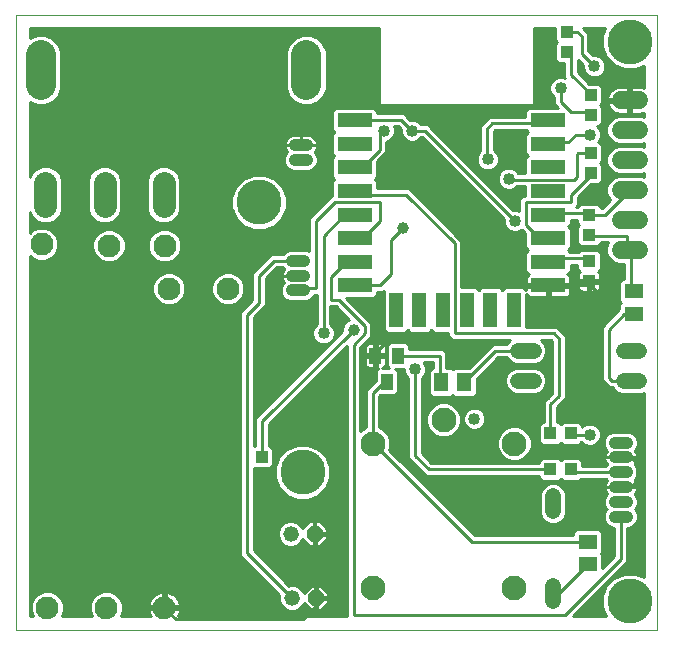
<source format=gtl>
G75*
%MOIN*%
%OFA0B0*%
%FSLAX25Y25*%
%IPPOS*%
%LPD*%
%AMOC8*
5,1,8,0,0,1.08239X$1,22.5*
%
%ADD10C,0.00000*%
%ADD11R,0.03937X0.05512*%
%ADD12C,0.05200*%
%ADD13C,0.08268*%
%ADD14R,0.11811X0.04724*%
%ADD15R,0.04724X0.11811*%
%ADD16C,0.03969*%
%ADD17C,0.07800*%
%ADD18R,0.06299X0.05118*%
%ADD19R,0.05118X0.06299*%
%ADD20C,0.10000*%
%ADD21R,0.04331X0.03937*%
%ADD22R,0.03937X0.04331*%
%ADD23C,0.06000*%
%ADD24C,0.07600*%
%ADD25OC8,0.05200*%
%ADD26C,0.05200*%
%ADD27C,0.01000*%
%ADD28C,0.03962*%
%ADD29C,0.04000*%
%ADD30R,0.03962X0.03962*%
%ADD31C,0.07677*%
%ADD32C,0.15000*%
D10*
X0003633Y0001500D02*
X0003633Y0206461D01*
X0217334Y0206461D01*
X0217334Y0001500D01*
X0003633Y0001500D01*
D11*
X0123393Y0092831D03*
X0130873Y0092831D03*
X0127133Y0084169D03*
D12*
X0170933Y0084500D02*
X0176133Y0084500D01*
X0176133Y0094500D02*
X0170933Y0094500D01*
X0206133Y0094500D02*
X0211333Y0094500D01*
X0211333Y0084500D02*
X0206133Y0084500D01*
X0182633Y0046100D02*
X0182633Y0040900D01*
X0182633Y0016100D02*
X0182633Y0010900D01*
D13*
X0169755Y0015484D03*
X0122511Y0015484D03*
X0122511Y0063516D03*
X0146133Y0071390D03*
X0169755Y0063516D03*
D14*
X0181023Y0116217D03*
X0181023Y0124091D03*
X0181023Y0131965D03*
X0181023Y0139839D03*
X0181023Y0147713D03*
X0181023Y0155587D03*
X0181023Y0163461D03*
X0181023Y0171335D03*
X0116456Y0171335D03*
X0116456Y0163461D03*
X0116456Y0155587D03*
X0116456Y0147713D03*
X0116456Y0139839D03*
X0116456Y0131965D03*
X0116456Y0124091D03*
X0116456Y0116217D03*
D15*
X0130236Y0107949D03*
X0138110Y0107949D03*
X0145984Y0107949D03*
X0153858Y0107949D03*
X0161732Y0107949D03*
X0169606Y0107949D03*
D16*
X0203228Y0063803D02*
X0207196Y0063803D01*
X0207196Y0058882D02*
X0203228Y0058882D01*
X0203228Y0053961D02*
X0207196Y0053961D01*
X0207196Y0049039D02*
X0203228Y0049039D01*
X0203228Y0044118D02*
X0207196Y0044118D01*
X0207196Y0039197D02*
X0203228Y0039197D01*
X0099539Y0114579D02*
X0095570Y0114579D01*
X0095570Y0119500D02*
X0099539Y0119500D01*
X0099539Y0124421D02*
X0095570Y0124421D01*
X0096570Y0158039D02*
X0100539Y0158039D01*
X0100539Y0162961D02*
X0096570Y0162961D01*
D17*
X0052833Y0150400D02*
X0052833Y0142600D01*
X0033133Y0142600D02*
X0033133Y0150400D01*
X0013433Y0150400D02*
X0013433Y0142600D01*
D18*
X0194133Y0030740D03*
X0194133Y0023260D03*
X0209633Y0106760D03*
X0209633Y0114240D03*
D19*
X0152873Y0084000D03*
X0145393Y0084000D03*
D20*
X0100433Y0183000D02*
X0100433Y0193000D01*
X0011833Y0193000D02*
X0011833Y0183000D01*
D21*
X0187133Y0194154D03*
X0187133Y0200846D03*
X0195133Y0179846D03*
X0195133Y0173154D03*
X0195133Y0160346D03*
X0195133Y0153654D03*
X0194633Y0139846D03*
X0194633Y0133154D03*
X0194633Y0124346D03*
X0194633Y0117654D03*
D22*
X0188480Y0067000D03*
X0181787Y0067000D03*
X0181787Y0055000D03*
X0188480Y0055000D03*
D23*
X0205133Y0128000D02*
X0211133Y0128000D01*
X0211133Y0138000D02*
X0205133Y0138000D01*
X0205133Y0148000D02*
X0211133Y0148000D01*
X0211133Y0158000D02*
X0205133Y0158000D01*
X0205133Y0168000D02*
X0211133Y0168000D01*
X0211133Y0178000D02*
X0205133Y0178000D01*
D24*
X0074267Y0115150D03*
X0054582Y0115150D03*
X0053007Y0008850D03*
X0033716Y0008850D03*
X0014031Y0008850D03*
D25*
X0103633Y0012000D03*
X0103133Y0033500D03*
D26*
X0095133Y0033500D03*
X0095633Y0012000D03*
D27*
X0080633Y0027000D01*
X0080633Y0106500D01*
X0084633Y0110500D01*
X0084633Y0119500D01*
X0089555Y0124421D01*
X0097555Y0124421D01*
X0097383Y0124000D01*
X0097554Y0119500D02*
X0097554Y0119500D01*
X0092086Y0119500D01*
X0097554Y0119500D01*
X0098633Y0115250D02*
X0097555Y0114579D01*
X0098633Y0115250D02*
X0103633Y0115250D01*
X0103633Y0137750D01*
X0109883Y0144000D01*
X0124883Y0144000D01*
X0124883Y0137750D01*
X0119883Y0132750D01*
X0117383Y0132750D01*
X0116456Y0131965D01*
X0116133Y0139000D02*
X0112383Y0139000D01*
X0106133Y0132750D01*
X0106133Y0100250D01*
X0102433Y0100353D02*
X0082833Y0100353D01*
X0082833Y0101351D02*
X0102585Y0101351D01*
X0102433Y0100986D02*
X0102433Y0099514D01*
X0102997Y0098154D01*
X0104037Y0097113D01*
X0105397Y0096550D01*
X0106869Y0096550D01*
X0108229Y0097113D01*
X0109270Y0098154D01*
X0109833Y0099514D01*
X0109833Y0100986D01*
X0109270Y0102346D01*
X0108333Y0103283D01*
X0108333Y0109300D01*
X0109545Y0109300D01*
X0110222Y0109300D01*
X0114651Y0104871D01*
X0114048Y0104621D01*
X0113013Y0103585D01*
X0112452Y0102232D01*
X0112452Y0100930D01*
X0083433Y0071911D01*
X0083433Y0062681D01*
X0082948Y0062681D01*
X0082833Y0062566D01*
X0082833Y0105589D01*
X0085545Y0108300D01*
X0086833Y0109589D01*
X0086833Y0118589D01*
X0090466Y0122221D01*
X0092560Y0122221D01*
X0092962Y0121819D01*
X0092864Y0121721D01*
X0092483Y0121150D01*
X0092220Y0120516D01*
X0092086Y0119843D01*
X0092086Y0119500D01*
X0092086Y0119157D01*
X0092220Y0118484D01*
X0092483Y0117850D01*
X0092864Y0117279D01*
X0092962Y0117181D01*
X0092447Y0116666D01*
X0091886Y0115312D01*
X0091886Y0113846D01*
X0092447Y0112492D01*
X0093483Y0111455D01*
X0094837Y0110894D01*
X0100272Y0110894D01*
X0101626Y0111455D01*
X0102662Y0112492D01*
X0102893Y0113050D01*
X0103933Y0113050D01*
X0103933Y0103283D01*
X0102997Y0102346D01*
X0102433Y0100986D01*
X0103000Y0102350D02*
X0082833Y0102350D01*
X0082833Y0103348D02*
X0103933Y0103348D01*
X0103933Y0104347D02*
X0082833Y0104347D01*
X0082833Y0105345D02*
X0103933Y0105345D01*
X0103933Y0106344D02*
X0083588Y0106344D01*
X0084587Y0107342D02*
X0103933Y0107342D01*
X0103933Y0108341D02*
X0085585Y0108341D01*
X0086584Y0109339D02*
X0103933Y0109339D01*
X0103933Y0110338D02*
X0086833Y0110338D01*
X0086833Y0111336D02*
X0093771Y0111336D01*
X0092604Y0112335D02*
X0086833Y0112335D01*
X0086833Y0113333D02*
X0092098Y0113333D01*
X0091886Y0114332D02*
X0086833Y0114332D01*
X0086833Y0115330D02*
X0091894Y0115330D01*
X0092307Y0116329D02*
X0086833Y0116329D01*
X0086833Y0117327D02*
X0092832Y0117327D01*
X0092285Y0118326D02*
X0086833Y0118326D01*
X0087569Y0119324D02*
X0092086Y0119324D01*
X0092182Y0120323D02*
X0088567Y0120323D01*
X0089566Y0121321D02*
X0092597Y0121321D01*
X0092560Y0126621D02*
X0088643Y0126621D01*
X0087355Y0125333D01*
X0082433Y0120411D01*
X0082433Y0111411D01*
X0078433Y0107411D01*
X0078433Y0026089D01*
X0079722Y0024800D01*
X0091431Y0013091D01*
X0091333Y0012855D01*
X0091333Y0011145D01*
X0091988Y0009564D01*
X0093198Y0008355D01*
X0094778Y0007700D01*
X0096489Y0007700D01*
X0098069Y0008355D01*
X0099279Y0009564D01*
X0099569Y0010266D01*
X0101935Y0007900D01*
X0103333Y0007900D01*
X0103333Y0011700D01*
X0103933Y0011700D01*
X0103933Y0007900D01*
X0105332Y0007900D01*
X0107733Y0010302D01*
X0107733Y0011700D01*
X0103933Y0011700D01*
X0103933Y0012300D01*
X0103333Y0012300D01*
X0103333Y0016100D01*
X0101935Y0016100D01*
X0099569Y0013734D01*
X0099279Y0014436D01*
X0098069Y0015645D01*
X0096489Y0016300D01*
X0094778Y0016300D01*
X0094542Y0016202D01*
X0082833Y0027911D01*
X0082833Y0055434D01*
X0082948Y0055319D01*
X0088319Y0055319D01*
X0089314Y0056315D01*
X0089314Y0061685D01*
X0088319Y0062681D01*
X0087833Y0062681D01*
X0087833Y0070089D01*
X0113933Y0096189D01*
X0113933Y0006000D01*
X0057488Y0006000D01*
X0057540Y0006073D01*
X0057919Y0006816D01*
X0058177Y0007609D01*
X0058297Y0008366D01*
X0053492Y0008366D01*
X0053492Y0009335D01*
X0058297Y0009335D01*
X0058177Y0010091D01*
X0057919Y0010885D01*
X0057540Y0011628D01*
X0057050Y0012303D01*
X0056460Y0012893D01*
X0055785Y0013383D01*
X0055042Y0013762D01*
X0054248Y0014020D01*
X0053492Y0014140D01*
X0053492Y0009335D01*
X0052523Y0009335D01*
X0052523Y0014140D01*
X0051766Y0014020D01*
X0050973Y0013762D01*
X0050230Y0013383D01*
X0049555Y0012893D01*
X0048965Y0012303D01*
X0048474Y0011628D01*
X0048096Y0010885D01*
X0047838Y0010091D01*
X0047718Y0009335D01*
X0052523Y0009335D01*
X0052523Y0008366D01*
X0047718Y0008366D01*
X0047838Y0007609D01*
X0048096Y0006816D01*
X0048474Y0006073D01*
X0048527Y0006000D01*
X0038488Y0006000D01*
X0039216Y0007756D01*
X0039216Y0009944D01*
X0038379Y0011966D01*
X0036831Y0013513D01*
X0034810Y0014350D01*
X0032622Y0014350D01*
X0030601Y0013513D01*
X0029053Y0011966D01*
X0028216Y0009944D01*
X0028216Y0007756D01*
X0028944Y0006000D01*
X0018803Y0006000D01*
X0019531Y0007756D01*
X0019531Y0009944D01*
X0018694Y0011966D01*
X0017146Y0013513D01*
X0015125Y0014350D01*
X0012937Y0014350D01*
X0010915Y0013513D01*
X0009368Y0011966D01*
X0008531Y0009944D01*
X0008531Y0007756D01*
X0009259Y0006000D01*
X0008133Y0006000D01*
X0008133Y0126167D01*
X0008996Y0125305D01*
X0011032Y0124461D01*
X0013235Y0124461D01*
X0015271Y0125305D01*
X0016829Y0126863D01*
X0017672Y0128898D01*
X0017672Y0131102D01*
X0016829Y0133137D01*
X0015271Y0134695D01*
X0013235Y0135539D01*
X0011032Y0135539D01*
X0008996Y0134695D01*
X0008133Y0133833D01*
X0008133Y0140762D01*
X0008686Y0139428D01*
X0010261Y0137853D01*
X0012319Y0137000D01*
X0014547Y0137000D01*
X0016605Y0137853D01*
X0018181Y0139428D01*
X0019033Y0141486D01*
X0019033Y0151514D01*
X0018181Y0153572D01*
X0016605Y0155147D01*
X0014547Y0156000D01*
X0012319Y0156000D01*
X0010261Y0155147D01*
X0008686Y0153572D01*
X0008133Y0152238D01*
X0008133Y0177281D01*
X0010501Y0176300D01*
X0013166Y0176300D01*
X0015629Y0177320D01*
X0017513Y0179205D01*
X0018533Y0181667D01*
X0018533Y0194333D01*
X0017513Y0196795D01*
X0015629Y0198680D01*
X0013166Y0199700D01*
X0010501Y0199700D01*
X0008133Y0198719D01*
X0008133Y0201961D01*
X0124633Y0201961D01*
X0124633Y0176500D01*
X0176133Y0176500D01*
X0176133Y0201961D01*
X0183268Y0201961D01*
X0183268Y0198174D01*
X0183942Y0197500D01*
X0183268Y0196826D01*
X0183268Y0191481D01*
X0184264Y0190485D01*
X0186433Y0190485D01*
X0186433Y0185589D01*
X0186642Y0185380D01*
X0185869Y0185700D01*
X0184397Y0185700D01*
X0183037Y0185137D01*
X0181997Y0184096D01*
X0181433Y0182736D01*
X0181433Y0181264D01*
X0181997Y0179904D01*
X0182933Y0178967D01*
X0182933Y0176589D01*
X0184125Y0175397D01*
X0174413Y0175397D01*
X0173418Y0174401D01*
X0173418Y0172450D01*
X0161472Y0172450D01*
X0159722Y0170700D01*
X0158433Y0169411D01*
X0158433Y0161272D01*
X0158346Y0161163D01*
X0158368Y0160967D01*
X0157747Y0160346D01*
X0157183Y0158986D01*
X0157183Y0157514D01*
X0157747Y0156154D01*
X0158787Y0155113D01*
X0160147Y0154550D01*
X0161619Y0154550D01*
X0162979Y0155113D01*
X0164020Y0156154D01*
X0164583Y0157514D01*
X0164583Y0158986D01*
X0164020Y0160346D01*
X0162979Y0161387D01*
X0162833Y0161447D01*
X0162833Y0167589D01*
X0163295Y0168050D01*
X0173636Y0168050D01*
X0174288Y0167398D01*
X0173418Y0166527D01*
X0173418Y0160394D01*
X0174288Y0159524D01*
X0173418Y0158653D01*
X0173418Y0153700D01*
X0171080Y0153700D01*
X0171020Y0153846D01*
X0169979Y0154887D01*
X0168619Y0155450D01*
X0167147Y0155450D01*
X0165787Y0154887D01*
X0164747Y0153846D01*
X0164183Y0152486D01*
X0164183Y0151014D01*
X0164747Y0149654D01*
X0165787Y0148613D01*
X0167147Y0148050D01*
X0168619Y0148050D01*
X0169979Y0148613D01*
X0170666Y0149300D01*
X0173418Y0149300D01*
X0173418Y0146200D01*
X0172722Y0146200D01*
X0171433Y0144911D01*
X0171433Y0141113D01*
X0170619Y0141450D01*
X0169295Y0141450D01*
X0142083Y0168661D01*
X0140795Y0169950D01*
X0138666Y0169950D01*
X0137729Y0170887D01*
X0136369Y0171450D01*
X0135045Y0171450D01*
X0134083Y0172411D01*
X0134083Y0172411D01*
X0132795Y0173700D01*
X0124062Y0173700D01*
X0124062Y0174401D01*
X0123066Y0175397D01*
X0109846Y0175397D01*
X0108851Y0174401D01*
X0108851Y0168268D01*
X0109721Y0167398D01*
X0108851Y0166527D01*
X0108851Y0160394D01*
X0109721Y0159524D01*
X0108851Y0158653D01*
X0108851Y0152520D01*
X0109721Y0151650D01*
X0108851Y0150779D01*
X0108851Y0146079D01*
X0107683Y0144911D01*
X0101433Y0138661D01*
X0101433Y0127624D01*
X0100272Y0128105D01*
X0094837Y0128105D01*
X0093483Y0127545D01*
X0092560Y0126621D01*
X0093251Y0127312D02*
X0058222Y0127312D01*
X0057829Y0126363D02*
X0058672Y0128398D01*
X0058672Y0130602D01*
X0057829Y0132637D01*
X0056271Y0134195D01*
X0054235Y0135039D01*
X0052032Y0135039D01*
X0049996Y0134195D01*
X0048438Y0132637D01*
X0047595Y0130602D01*
X0047595Y0128398D01*
X0048438Y0126363D01*
X0049996Y0124805D01*
X0052032Y0123961D01*
X0054235Y0123961D01*
X0056271Y0124805D01*
X0057829Y0126363D01*
X0057780Y0126314D02*
X0088336Y0126314D01*
X0087337Y0125315D02*
X0056781Y0125315D01*
X0055093Y0124317D02*
X0086339Y0124317D01*
X0085340Y0123318D02*
X0008133Y0123318D01*
X0008133Y0122320D02*
X0084342Y0122320D01*
X0083343Y0121321D02*
X0008133Y0121321D01*
X0008133Y0120323D02*
X0052699Y0120323D01*
X0053488Y0120650D02*
X0051467Y0119812D01*
X0049919Y0118265D01*
X0049082Y0116244D01*
X0049082Y0114056D01*
X0049919Y0112034D01*
X0051467Y0110487D01*
X0053488Y0109650D01*
X0055676Y0109650D01*
X0057698Y0110487D01*
X0059245Y0112034D01*
X0060082Y0114056D01*
X0060082Y0116244D01*
X0059245Y0118265D01*
X0057698Y0119812D01*
X0055676Y0120650D01*
X0053488Y0120650D01*
X0050979Y0119324D02*
X0008133Y0119324D01*
X0008133Y0118326D02*
X0049980Y0118326D01*
X0049531Y0117327D02*
X0008133Y0117327D01*
X0008133Y0116329D02*
X0049117Y0116329D01*
X0049082Y0115330D02*
X0008133Y0115330D01*
X0008133Y0114332D02*
X0049082Y0114332D01*
X0049381Y0113333D02*
X0008133Y0113333D01*
X0008133Y0112335D02*
X0049795Y0112335D01*
X0050617Y0111336D02*
X0008133Y0111336D01*
X0008133Y0110338D02*
X0051827Y0110338D01*
X0057337Y0110338D02*
X0071512Y0110338D01*
X0071152Y0110487D02*
X0073173Y0109650D01*
X0075361Y0109650D01*
X0077383Y0110487D01*
X0078930Y0112034D01*
X0079767Y0114056D01*
X0079767Y0116244D01*
X0078930Y0118265D01*
X0077383Y0119812D01*
X0075361Y0120650D01*
X0073173Y0120650D01*
X0071152Y0119812D01*
X0069605Y0118265D01*
X0068767Y0116244D01*
X0068767Y0114056D01*
X0069605Y0112034D01*
X0071152Y0110487D01*
X0070302Y0111336D02*
X0058547Y0111336D01*
X0059369Y0112335D02*
X0069480Y0112335D01*
X0069066Y0113333D02*
X0059783Y0113333D01*
X0060082Y0114332D02*
X0068767Y0114332D01*
X0068767Y0115330D02*
X0060082Y0115330D01*
X0060047Y0116329D02*
X0068802Y0116329D01*
X0069216Y0117327D02*
X0059633Y0117327D01*
X0059184Y0118326D02*
X0069665Y0118326D01*
X0070664Y0119324D02*
X0058186Y0119324D01*
X0056465Y0120323D02*
X0072384Y0120323D01*
X0076150Y0120323D02*
X0082433Y0120323D01*
X0082433Y0119324D02*
X0077871Y0119324D01*
X0078869Y0118326D02*
X0082433Y0118326D01*
X0082433Y0117327D02*
X0079318Y0117327D01*
X0079732Y0116329D02*
X0082433Y0116329D01*
X0082433Y0115330D02*
X0079767Y0115330D01*
X0079767Y0114332D02*
X0082433Y0114332D01*
X0082433Y0113333D02*
X0079468Y0113333D01*
X0079054Y0112335D02*
X0082433Y0112335D01*
X0082358Y0111336D02*
X0078232Y0111336D01*
X0077022Y0110338D02*
X0081360Y0110338D01*
X0080361Y0109339D02*
X0008133Y0109339D01*
X0008133Y0108341D02*
X0079363Y0108341D01*
X0078433Y0107342D02*
X0008133Y0107342D01*
X0008133Y0106344D02*
X0078433Y0106344D01*
X0078433Y0105345D02*
X0008133Y0105345D01*
X0008133Y0104347D02*
X0078433Y0104347D01*
X0078433Y0103348D02*
X0008133Y0103348D01*
X0008133Y0102350D02*
X0078433Y0102350D01*
X0078433Y0101351D02*
X0008133Y0101351D01*
X0008133Y0100353D02*
X0078433Y0100353D01*
X0078433Y0099354D02*
X0008133Y0099354D01*
X0008133Y0098356D02*
X0078433Y0098356D01*
X0078433Y0097357D02*
X0008133Y0097357D01*
X0008133Y0096359D02*
X0078433Y0096359D01*
X0078433Y0095360D02*
X0008133Y0095360D01*
X0008133Y0094362D02*
X0078433Y0094362D01*
X0078433Y0093363D02*
X0008133Y0093363D01*
X0008133Y0092365D02*
X0078433Y0092365D01*
X0078433Y0091366D02*
X0008133Y0091366D01*
X0008133Y0090368D02*
X0078433Y0090368D01*
X0078433Y0089369D02*
X0008133Y0089369D01*
X0008133Y0088370D02*
X0078433Y0088370D01*
X0078433Y0087372D02*
X0008133Y0087372D01*
X0008133Y0086373D02*
X0078433Y0086373D01*
X0078433Y0085375D02*
X0008133Y0085375D01*
X0008133Y0084376D02*
X0078433Y0084376D01*
X0078433Y0083378D02*
X0008133Y0083378D01*
X0008133Y0082379D02*
X0078433Y0082379D01*
X0078433Y0081381D02*
X0008133Y0081381D01*
X0008133Y0080382D02*
X0078433Y0080382D01*
X0078433Y0079384D02*
X0008133Y0079384D01*
X0008133Y0078385D02*
X0078433Y0078385D01*
X0078433Y0077387D02*
X0008133Y0077387D01*
X0008133Y0076388D02*
X0078433Y0076388D01*
X0078433Y0075390D02*
X0008133Y0075390D01*
X0008133Y0074391D02*
X0078433Y0074391D01*
X0078433Y0073393D02*
X0008133Y0073393D01*
X0008133Y0072394D02*
X0078433Y0072394D01*
X0078433Y0071396D02*
X0008133Y0071396D01*
X0008133Y0070397D02*
X0078433Y0070397D01*
X0078433Y0069399D02*
X0008133Y0069399D01*
X0008133Y0068400D02*
X0078433Y0068400D01*
X0078433Y0067402D02*
X0008133Y0067402D01*
X0008133Y0066403D02*
X0078433Y0066403D01*
X0078433Y0065405D02*
X0008133Y0065405D01*
X0008133Y0064406D02*
X0078433Y0064406D01*
X0078433Y0063408D02*
X0008133Y0063408D01*
X0008133Y0062409D02*
X0078433Y0062409D01*
X0078433Y0061411D02*
X0008133Y0061411D01*
X0008133Y0060412D02*
X0078433Y0060412D01*
X0078433Y0059414D02*
X0008133Y0059414D01*
X0008133Y0058415D02*
X0078433Y0058415D01*
X0078433Y0057417D02*
X0008133Y0057417D01*
X0008133Y0056418D02*
X0078433Y0056418D01*
X0078433Y0055420D02*
X0008133Y0055420D01*
X0008133Y0054421D02*
X0078433Y0054421D01*
X0078433Y0053423D02*
X0008133Y0053423D01*
X0008133Y0052424D02*
X0078433Y0052424D01*
X0078433Y0051426D02*
X0008133Y0051426D01*
X0008133Y0050427D02*
X0078433Y0050427D01*
X0078433Y0049429D02*
X0008133Y0049429D01*
X0008133Y0048430D02*
X0078433Y0048430D01*
X0078433Y0047432D02*
X0008133Y0047432D01*
X0008133Y0046433D02*
X0078433Y0046433D01*
X0078433Y0045434D02*
X0008133Y0045434D01*
X0008133Y0044436D02*
X0078433Y0044436D01*
X0078433Y0043437D02*
X0008133Y0043437D01*
X0008133Y0042439D02*
X0078433Y0042439D01*
X0078433Y0041440D02*
X0008133Y0041440D01*
X0008133Y0040442D02*
X0078433Y0040442D01*
X0078433Y0039443D02*
X0008133Y0039443D01*
X0008133Y0038445D02*
X0078433Y0038445D01*
X0078433Y0037446D02*
X0008133Y0037446D01*
X0008133Y0036448D02*
X0078433Y0036448D01*
X0078433Y0035449D02*
X0008133Y0035449D01*
X0008133Y0034451D02*
X0078433Y0034451D01*
X0078433Y0033452D02*
X0008133Y0033452D01*
X0008133Y0032454D02*
X0078433Y0032454D01*
X0078433Y0031455D02*
X0008133Y0031455D01*
X0008133Y0030457D02*
X0078433Y0030457D01*
X0078433Y0029458D02*
X0008133Y0029458D01*
X0008133Y0028460D02*
X0078433Y0028460D01*
X0078433Y0027461D02*
X0008133Y0027461D01*
X0008133Y0026463D02*
X0078433Y0026463D01*
X0079058Y0025464D02*
X0008133Y0025464D01*
X0008133Y0024466D02*
X0080056Y0024466D01*
X0081055Y0023467D02*
X0008133Y0023467D01*
X0008133Y0022469D02*
X0082053Y0022469D01*
X0083052Y0021470D02*
X0008133Y0021470D01*
X0008133Y0020472D02*
X0084050Y0020472D01*
X0085049Y0019473D02*
X0008133Y0019473D01*
X0008133Y0018475D02*
X0086047Y0018475D01*
X0087046Y0017476D02*
X0008133Y0017476D01*
X0008133Y0016478D02*
X0088044Y0016478D01*
X0089043Y0015479D02*
X0008133Y0015479D01*
X0008133Y0014481D02*
X0090041Y0014481D01*
X0091040Y0013482D02*
X0055591Y0013482D01*
X0056869Y0012484D02*
X0091333Y0012484D01*
X0091333Y0011485D02*
X0057613Y0011485D01*
X0058048Y0010487D02*
X0091606Y0010487D01*
X0092064Y0009488D02*
X0058272Y0009488D01*
X0058138Y0007491D02*
X0113933Y0007491D01*
X0113933Y0006493D02*
X0057754Y0006493D01*
X0056858Y0005000D02*
X0099133Y0005000D01*
X0103633Y0009500D01*
X0103633Y0012000D01*
X0103633Y0032750D01*
X0103133Y0033500D01*
X0103433Y0033452D02*
X0113933Y0033452D01*
X0113933Y0032454D02*
X0107233Y0032454D01*
X0107233Y0031802D02*
X0107233Y0033200D01*
X0103433Y0033200D01*
X0103433Y0029400D01*
X0104832Y0029400D01*
X0107233Y0031802D01*
X0106887Y0031455D02*
X0113933Y0031455D01*
X0113933Y0030457D02*
X0105888Y0030457D01*
X0104890Y0029458D02*
X0113933Y0029458D01*
X0113933Y0028460D02*
X0082833Y0028460D01*
X0082833Y0029458D02*
X0093654Y0029458D01*
X0094278Y0029200D02*
X0095989Y0029200D01*
X0097569Y0029855D01*
X0098779Y0031064D01*
X0099069Y0031766D01*
X0101435Y0029400D01*
X0102833Y0029400D01*
X0102833Y0033200D01*
X0103433Y0033200D01*
X0103433Y0033800D01*
X0102833Y0033800D01*
X0102833Y0037600D01*
X0101435Y0037600D01*
X0099069Y0035234D01*
X0098779Y0035936D01*
X0097569Y0037145D01*
X0095989Y0037800D01*
X0094278Y0037800D01*
X0092698Y0037145D01*
X0091488Y0035936D01*
X0090833Y0034355D01*
X0090833Y0032645D01*
X0091488Y0031064D01*
X0092698Y0029855D01*
X0094278Y0029200D01*
X0096612Y0029458D02*
X0101377Y0029458D01*
X0100378Y0030457D02*
X0098171Y0030457D01*
X0098941Y0031455D02*
X0099380Y0031455D01*
X0102833Y0031455D02*
X0103433Y0031455D01*
X0103433Y0030457D02*
X0102833Y0030457D01*
X0102833Y0029458D02*
X0103433Y0029458D01*
X0103433Y0032454D02*
X0102833Y0032454D01*
X0103433Y0033800D02*
X0107233Y0033800D01*
X0107233Y0035198D01*
X0104832Y0037600D01*
X0103433Y0037600D01*
X0103433Y0033800D01*
X0103433Y0034451D02*
X0102833Y0034451D01*
X0102833Y0035449D02*
X0103433Y0035449D01*
X0103433Y0036448D02*
X0102833Y0036448D01*
X0102833Y0037446D02*
X0103433Y0037446D01*
X0104985Y0037446D02*
X0113933Y0037446D01*
X0113933Y0036448D02*
X0105984Y0036448D01*
X0106982Y0035449D02*
X0113933Y0035449D01*
X0113933Y0034451D02*
X0107233Y0034451D01*
X0101281Y0037446D02*
X0096842Y0037446D01*
X0098267Y0036448D02*
X0100283Y0036448D01*
X0099284Y0035449D02*
X0098980Y0035449D01*
X0093424Y0037446D02*
X0082833Y0037446D01*
X0082833Y0036448D02*
X0092000Y0036448D01*
X0091287Y0035449D02*
X0082833Y0035449D01*
X0082833Y0034451D02*
X0090873Y0034451D01*
X0090833Y0033452D02*
X0082833Y0033452D01*
X0082833Y0032454D02*
X0090912Y0032454D01*
X0091326Y0031455D02*
X0082833Y0031455D01*
X0082833Y0030457D02*
X0092095Y0030457D01*
X0086279Y0024466D02*
X0113933Y0024466D01*
X0113933Y0025464D02*
X0085280Y0025464D01*
X0084282Y0026463D02*
X0113933Y0026463D01*
X0113933Y0027461D02*
X0083283Y0027461D01*
X0087277Y0023467D02*
X0113933Y0023467D01*
X0113933Y0022469D02*
X0088276Y0022469D01*
X0089274Y0021470D02*
X0113933Y0021470D01*
X0113933Y0020472D02*
X0090273Y0020472D01*
X0091271Y0019473D02*
X0113933Y0019473D01*
X0113933Y0018475D02*
X0092270Y0018475D01*
X0093268Y0017476D02*
X0113933Y0017476D01*
X0113933Y0016478D02*
X0094267Y0016478D01*
X0098235Y0015479D02*
X0101314Y0015479D01*
X0100316Y0014481D02*
X0099234Y0014481D01*
X0103333Y0014481D02*
X0103933Y0014481D01*
X0103933Y0015479D02*
X0103333Y0015479D01*
X0103933Y0016100D02*
X0103933Y0012300D01*
X0107733Y0012300D01*
X0107733Y0013698D01*
X0105332Y0016100D01*
X0103933Y0016100D01*
X0105952Y0015479D02*
X0113933Y0015479D01*
X0113933Y0014481D02*
X0106951Y0014481D01*
X0107733Y0013482D02*
X0113933Y0013482D01*
X0113933Y0012484D02*
X0107733Y0012484D01*
X0107733Y0011485D02*
X0113933Y0011485D01*
X0113933Y0010487D02*
X0107733Y0010487D01*
X0106920Y0009488D02*
X0113933Y0009488D01*
X0113933Y0008490D02*
X0105921Y0008490D01*
X0103933Y0008490D02*
X0103333Y0008490D01*
X0103333Y0009488D02*
X0103933Y0009488D01*
X0103933Y0010487D02*
X0103333Y0010487D01*
X0103333Y0011485D02*
X0103933Y0011485D01*
X0103933Y0012484D02*
X0103333Y0012484D01*
X0103333Y0013482D02*
X0103933Y0013482D01*
X0100347Y0009488D02*
X0099203Y0009488D01*
X0098204Y0008490D02*
X0101345Y0008490D01*
X0093063Y0008490D02*
X0053492Y0008490D01*
X0053007Y0008850D02*
X0056858Y0005000D01*
X0052523Y0008490D02*
X0039216Y0008490D01*
X0039216Y0009488D02*
X0047742Y0009488D01*
X0047966Y0010487D02*
X0038991Y0010487D01*
X0038578Y0011485D02*
X0048401Y0011485D01*
X0049145Y0012484D02*
X0037861Y0012484D01*
X0036862Y0013482D02*
X0050423Y0013482D01*
X0052523Y0013482D02*
X0053492Y0013482D01*
X0053492Y0012484D02*
X0052523Y0012484D01*
X0052523Y0011485D02*
X0053492Y0011485D01*
X0053492Y0010487D02*
X0052523Y0010487D01*
X0052523Y0009488D02*
X0053492Y0009488D01*
X0047876Y0007491D02*
X0039106Y0007491D01*
X0038692Y0006493D02*
X0048260Y0006493D01*
X0030570Y0013482D02*
X0017177Y0013482D01*
X0018176Y0012484D02*
X0029571Y0012484D01*
X0028854Y0011485D02*
X0018893Y0011485D01*
X0019306Y0010487D02*
X0028441Y0010487D01*
X0028216Y0009488D02*
X0019531Y0009488D01*
X0019531Y0008490D02*
X0028216Y0008490D01*
X0028326Y0007491D02*
X0019421Y0007491D01*
X0019007Y0006493D02*
X0028740Y0006493D01*
X0010885Y0013482D02*
X0008133Y0013482D01*
X0008133Y0012484D02*
X0009886Y0012484D01*
X0009169Y0011485D02*
X0008133Y0011485D01*
X0008133Y0010487D02*
X0008756Y0010487D01*
X0008531Y0009488D02*
X0008133Y0009488D01*
X0008133Y0008490D02*
X0008531Y0008490D01*
X0008641Y0007491D02*
X0008133Y0007491D01*
X0008133Y0006493D02*
X0009054Y0006493D01*
X0082833Y0038445D02*
X0113933Y0038445D01*
X0113933Y0039443D02*
X0082833Y0039443D01*
X0082833Y0040442D02*
X0113933Y0040442D01*
X0113933Y0041440D02*
X0082833Y0041440D01*
X0082833Y0042439D02*
X0113933Y0042439D01*
X0113933Y0043437D02*
X0082833Y0043437D01*
X0082833Y0044436D02*
X0113933Y0044436D01*
X0113933Y0045434D02*
X0102495Y0045434D01*
X0100963Y0044800D02*
X0104345Y0046201D01*
X0106933Y0048789D01*
X0108333Y0052170D01*
X0108333Y0055830D01*
X0106933Y0059211D01*
X0104345Y0061799D01*
X0100963Y0063200D01*
X0097303Y0063200D01*
X0093922Y0061799D01*
X0091334Y0059211D01*
X0089933Y0055830D01*
X0089933Y0052170D01*
X0091334Y0048789D01*
X0093922Y0046201D01*
X0097303Y0044800D01*
X0100963Y0044800D01*
X0104577Y0046433D02*
X0113933Y0046433D01*
X0113933Y0047432D02*
X0105576Y0047432D01*
X0106574Y0048430D02*
X0113933Y0048430D01*
X0113933Y0049429D02*
X0107198Y0049429D01*
X0107611Y0050427D02*
X0113933Y0050427D01*
X0113933Y0051426D02*
X0108025Y0051426D01*
X0108333Y0052424D02*
X0113933Y0052424D01*
X0113933Y0053423D02*
X0108333Y0053423D01*
X0108333Y0054421D02*
X0113933Y0054421D01*
X0113933Y0055420D02*
X0108333Y0055420D01*
X0108090Y0056418D02*
X0113933Y0056418D01*
X0113933Y0057417D02*
X0107676Y0057417D01*
X0107263Y0058415D02*
X0113933Y0058415D01*
X0113933Y0059414D02*
X0106730Y0059414D01*
X0105732Y0060412D02*
X0113933Y0060412D01*
X0113933Y0061411D02*
X0104733Y0061411D01*
X0102872Y0062409D02*
X0113933Y0062409D01*
X0113933Y0063408D02*
X0087833Y0063408D01*
X0087833Y0064406D02*
X0113933Y0064406D01*
X0113933Y0065405D02*
X0087833Y0065405D01*
X0087833Y0066403D02*
X0113933Y0066403D01*
X0113933Y0067402D02*
X0087833Y0067402D01*
X0087833Y0068400D02*
X0113933Y0068400D01*
X0113933Y0069399D02*
X0087833Y0069399D01*
X0088142Y0070397D02*
X0113933Y0070397D01*
X0113933Y0071396D02*
X0089140Y0071396D01*
X0090139Y0072394D02*
X0113933Y0072394D01*
X0113933Y0073393D02*
X0091137Y0073393D01*
X0092136Y0074391D02*
X0113933Y0074391D01*
X0113933Y0075390D02*
X0093134Y0075390D01*
X0094133Y0076388D02*
X0113933Y0076388D01*
X0113933Y0077387D02*
X0095131Y0077387D01*
X0096130Y0078385D02*
X0113933Y0078385D01*
X0113933Y0079384D02*
X0097128Y0079384D01*
X0098127Y0080382D02*
X0113933Y0080382D01*
X0113933Y0081381D02*
X0099125Y0081381D01*
X0100124Y0082379D02*
X0113933Y0082379D01*
X0113933Y0083378D02*
X0101123Y0083378D01*
X0102121Y0084376D02*
X0113933Y0084376D01*
X0113933Y0085375D02*
X0103120Y0085375D01*
X0104118Y0086373D02*
X0113933Y0086373D01*
X0113933Y0087372D02*
X0105117Y0087372D01*
X0106115Y0088370D02*
X0113933Y0088370D01*
X0113933Y0089369D02*
X0107114Y0089369D01*
X0108112Y0090368D02*
X0113933Y0090368D01*
X0113933Y0091366D02*
X0109111Y0091366D01*
X0110109Y0092365D02*
X0113933Y0092365D01*
X0113933Y0093363D02*
X0111108Y0093363D01*
X0112106Y0094362D02*
X0113933Y0094362D01*
X0113933Y0095360D02*
X0113105Y0095360D01*
X0108879Y0097357D02*
X0108473Y0097357D01*
X0107881Y0096359D02*
X0082833Y0096359D01*
X0082833Y0097357D02*
X0103794Y0097357D01*
X0102913Y0098356D02*
X0082833Y0098356D01*
X0082833Y0099354D02*
X0102500Y0099354D01*
X0106882Y0095360D02*
X0082833Y0095360D01*
X0082833Y0094362D02*
X0105884Y0094362D01*
X0104885Y0093363D02*
X0082833Y0093363D01*
X0082833Y0092365D02*
X0103887Y0092365D01*
X0102888Y0091366D02*
X0082833Y0091366D01*
X0082833Y0090368D02*
X0101890Y0090368D01*
X0100891Y0089369D02*
X0082833Y0089369D01*
X0082833Y0088370D02*
X0099893Y0088370D01*
X0098894Y0087372D02*
X0082833Y0087372D01*
X0082833Y0086373D02*
X0097896Y0086373D01*
X0096897Y0085375D02*
X0082833Y0085375D01*
X0082833Y0084376D02*
X0095898Y0084376D01*
X0094900Y0083378D02*
X0082833Y0083378D01*
X0082833Y0082379D02*
X0093901Y0082379D01*
X0092903Y0081381D02*
X0082833Y0081381D01*
X0082833Y0080382D02*
X0091904Y0080382D01*
X0090906Y0079384D02*
X0082833Y0079384D01*
X0082833Y0078385D02*
X0089907Y0078385D01*
X0088909Y0077387D02*
X0082833Y0077387D01*
X0082833Y0076388D02*
X0087910Y0076388D01*
X0086912Y0075390D02*
X0082833Y0075390D01*
X0082833Y0074391D02*
X0085913Y0074391D01*
X0084915Y0073393D02*
X0082833Y0073393D01*
X0082833Y0072394D02*
X0083916Y0072394D01*
X0083433Y0071396D02*
X0082833Y0071396D01*
X0082833Y0070397D02*
X0083433Y0070397D01*
X0083433Y0069399D02*
X0082833Y0069399D01*
X0082833Y0068400D02*
X0083433Y0068400D01*
X0083433Y0067402D02*
X0082833Y0067402D01*
X0082833Y0066403D02*
X0083433Y0066403D01*
X0083433Y0065405D02*
X0082833Y0065405D01*
X0082833Y0064406D02*
X0083433Y0064406D01*
X0083433Y0063408D02*
X0082833Y0063408D01*
X0085633Y0059000D02*
X0085633Y0071000D01*
X0116133Y0101500D01*
X0119883Y0102750D02*
X0111133Y0111500D01*
X0108633Y0111500D01*
X0108633Y0119000D01*
X0113633Y0124000D01*
X0116133Y0124000D01*
X0116456Y0124091D01*
X0116456Y0116217D02*
X0124850Y0116217D01*
X0128633Y0120000D01*
X0128633Y0131500D01*
X0132633Y0135500D01*
X0139956Y0143289D02*
X0161233Y0143289D01*
X0160235Y0144287D02*
X0138957Y0144287D01*
X0137959Y0145286D02*
X0159236Y0145286D01*
X0158238Y0146284D02*
X0136960Y0146284D01*
X0135962Y0147283D02*
X0157239Y0147283D01*
X0156241Y0148281D02*
X0134963Y0148281D01*
X0134545Y0148700D02*
X0124062Y0148700D01*
X0124062Y0150779D01*
X0123191Y0151650D01*
X0124062Y0152520D01*
X0124062Y0157567D01*
X0127083Y0160589D01*
X0127083Y0164139D01*
X0128229Y0164613D01*
X0129270Y0165654D01*
X0129833Y0167014D01*
X0129833Y0168486D01*
X0129496Y0169300D01*
X0130972Y0169300D01*
X0131933Y0168339D01*
X0131933Y0167014D01*
X0132497Y0165654D01*
X0133537Y0164613D01*
X0134897Y0164050D01*
X0136369Y0164050D01*
X0137729Y0164613D01*
X0138666Y0165550D01*
X0138972Y0165550D01*
X0166183Y0138339D01*
X0166183Y0137014D01*
X0166747Y0135654D01*
X0167787Y0134613D01*
X0169147Y0134050D01*
X0170619Y0134050D01*
X0171979Y0134613D01*
X0172194Y0134828D01*
X0173418Y0133604D01*
X0173418Y0128898D01*
X0174288Y0128028D01*
X0173418Y0127157D01*
X0173418Y0121024D01*
X0174413Y0120028D01*
X0174732Y0120028D01*
X0174539Y0119977D01*
X0174197Y0119779D01*
X0173917Y0119500D01*
X0173720Y0119158D01*
X0173618Y0118776D01*
X0173618Y0116716D01*
X0180523Y0116716D01*
X0180523Y0115717D01*
X0173618Y0115717D01*
X0173618Y0114609D01*
X0172672Y0115554D01*
X0166539Y0115554D01*
X0165669Y0114684D01*
X0164798Y0115554D01*
X0158665Y0115554D01*
X0157795Y0114684D01*
X0156924Y0115554D01*
X0152083Y0115554D01*
X0152083Y0131161D01*
X0135833Y0147411D01*
X0134545Y0148700D01*
X0133633Y0146500D02*
X0117383Y0146500D01*
X0116456Y0147713D01*
X0108851Y0147283D02*
X0093232Y0147283D01*
X0092818Y0148281D02*
X0108851Y0148281D01*
X0108851Y0149280D02*
X0092364Y0149280D01*
X0092433Y0149211D02*
X0089845Y0151799D01*
X0086463Y0153200D01*
X0082803Y0153200D01*
X0079422Y0151799D01*
X0076834Y0149211D01*
X0075433Y0145830D01*
X0075433Y0142170D01*
X0076834Y0138789D01*
X0079422Y0136201D01*
X0082803Y0134800D01*
X0086463Y0134800D01*
X0089845Y0136201D01*
X0092433Y0138789D01*
X0093833Y0142170D01*
X0093833Y0145830D01*
X0092433Y0149211D01*
X0091366Y0150278D02*
X0108851Y0150278D01*
X0109348Y0151277D02*
X0090367Y0151277D01*
X0088696Y0152275D02*
X0109096Y0152275D01*
X0108851Y0153274D02*
X0057704Y0153274D01*
X0057581Y0153572D02*
X0056005Y0155147D01*
X0053947Y0156000D01*
X0051719Y0156000D01*
X0049661Y0155147D01*
X0048086Y0153572D01*
X0047233Y0151514D01*
X0047233Y0141486D01*
X0048086Y0139428D01*
X0049661Y0137853D01*
X0051719Y0137000D01*
X0053947Y0137000D01*
X0056005Y0137853D01*
X0057581Y0139428D01*
X0058433Y0141486D01*
X0058433Y0151514D01*
X0057581Y0153572D01*
X0056881Y0154272D02*
X0108851Y0154272D01*
X0108851Y0155271D02*
X0102981Y0155271D01*
X0102626Y0154916D02*
X0103662Y0155952D01*
X0104223Y0157307D01*
X0104223Y0158772D01*
X0103662Y0160126D01*
X0103147Y0160641D01*
X0103245Y0160740D01*
X0103627Y0161310D01*
X0103889Y0161944D01*
X0104023Y0162617D01*
X0104023Y0162961D01*
X0104023Y0163304D01*
X0103889Y0163977D01*
X0103627Y0164611D01*
X0103245Y0165182D01*
X0102760Y0165667D01*
X0102189Y0166048D01*
X0101555Y0166311D01*
X0100882Y0166445D01*
X0098555Y0166445D01*
X0098555Y0162961D01*
X0104023Y0162961D01*
X0098555Y0162961D01*
X0098555Y0162961D01*
X0098555Y0162961D01*
X0098555Y0166445D01*
X0096227Y0166445D01*
X0095554Y0166311D01*
X0094920Y0166048D01*
X0094349Y0165667D01*
X0093864Y0165182D01*
X0093483Y0164611D01*
X0093220Y0163977D01*
X0093086Y0163304D01*
X0093086Y0162961D01*
X0098554Y0162961D01*
X0098554Y0162961D01*
X0093086Y0162961D01*
X0093086Y0162617D01*
X0093220Y0161944D01*
X0093483Y0161310D01*
X0093864Y0160740D01*
X0093962Y0160641D01*
X0093447Y0160126D01*
X0092886Y0158772D01*
X0092886Y0157307D01*
X0093447Y0155952D01*
X0094483Y0154916D01*
X0095837Y0154355D01*
X0101272Y0154355D01*
X0102626Y0154916D01*
X0103793Y0156269D02*
X0108851Y0156269D01*
X0108851Y0157268D02*
X0104207Y0157268D01*
X0104223Y0158266D02*
X0108851Y0158266D01*
X0109462Y0159265D02*
X0104019Y0159265D01*
X0103525Y0160263D02*
X0108982Y0160263D01*
X0108851Y0161262D02*
X0103594Y0161262D01*
X0103952Y0162260D02*
X0108851Y0162260D01*
X0108851Y0163259D02*
X0104023Y0163259D01*
X0103773Y0164257D02*
X0108851Y0164257D01*
X0108851Y0165256D02*
X0103171Y0165256D01*
X0101692Y0166254D02*
X0108851Y0166254D01*
X0109577Y0167253D02*
X0008133Y0167253D01*
X0008133Y0168251D02*
X0108868Y0168251D01*
X0108851Y0169250D02*
X0008133Y0169250D01*
X0008133Y0170248D02*
X0108851Y0170248D01*
X0108851Y0171247D02*
X0008133Y0171247D01*
X0008133Y0172245D02*
X0108851Y0172245D01*
X0108851Y0173244D02*
X0008133Y0173244D01*
X0008133Y0174242D02*
X0108851Y0174242D01*
X0109691Y0175241D02*
X0008133Y0175241D01*
X0008133Y0176239D02*
X0183283Y0176239D01*
X0182933Y0177238D02*
X0176133Y0177238D01*
X0176133Y0178237D02*
X0182933Y0178237D01*
X0182666Y0179235D02*
X0176133Y0179235D01*
X0176133Y0180234D02*
X0181860Y0180234D01*
X0181447Y0181232D02*
X0176133Y0181232D01*
X0176133Y0182231D02*
X0181433Y0182231D01*
X0181638Y0183229D02*
X0176133Y0183229D01*
X0176133Y0184228D02*
X0182128Y0184228D01*
X0183253Y0185226D02*
X0176133Y0185226D01*
X0176133Y0186225D02*
X0186433Y0186225D01*
X0186433Y0187223D02*
X0176133Y0187223D01*
X0176133Y0188222D02*
X0186433Y0188222D01*
X0186433Y0189220D02*
X0176133Y0189220D01*
X0176133Y0190219D02*
X0186433Y0190219D01*
X0183532Y0191217D02*
X0176133Y0191217D01*
X0176133Y0192216D02*
X0183268Y0192216D01*
X0183268Y0193214D02*
X0176133Y0193214D01*
X0176133Y0194213D02*
X0183268Y0194213D01*
X0183268Y0195211D02*
X0176133Y0195211D01*
X0176133Y0196210D02*
X0183268Y0196210D01*
X0183650Y0197208D02*
X0176133Y0197208D01*
X0176133Y0198207D02*
X0183268Y0198207D01*
X0183268Y0199205D02*
X0176133Y0199205D01*
X0176133Y0200204D02*
X0183268Y0200204D01*
X0183268Y0201202D02*
X0176133Y0201202D01*
X0187133Y0200846D02*
X0190787Y0200846D01*
X0192133Y0199500D01*
X0192133Y0193500D01*
X0196383Y0189250D01*
X0192683Y0189220D02*
X0190833Y0189220D01*
X0190833Y0188222D02*
X0192804Y0188222D01*
X0192683Y0188514D02*
X0193247Y0187154D01*
X0194287Y0186113D01*
X0195647Y0185550D01*
X0197119Y0185550D01*
X0198479Y0186113D01*
X0199520Y0187154D01*
X0200083Y0188514D01*
X0200083Y0189986D01*
X0199520Y0191346D01*
X0198479Y0192387D01*
X0197119Y0192950D01*
X0195795Y0192950D01*
X0194333Y0194411D01*
X0194333Y0200411D01*
X0192987Y0201758D01*
X0192784Y0201961D01*
X0200023Y0201961D01*
X0198933Y0199330D01*
X0198933Y0195670D01*
X0200334Y0192289D01*
X0202922Y0189701D01*
X0206303Y0188300D01*
X0209963Y0188300D01*
X0212834Y0189489D01*
X0212834Y0182179D01*
X0212187Y0182389D01*
X0211487Y0182500D01*
X0208633Y0182500D01*
X0208633Y0178500D01*
X0207633Y0178500D01*
X0207633Y0177500D01*
X0200656Y0177500D01*
X0200744Y0176946D01*
X0200963Y0176273D01*
X0201285Y0175641D01*
X0201701Y0175068D01*
X0202202Y0174568D01*
X0202775Y0174151D01*
X0203406Y0173830D01*
X0204080Y0173611D01*
X0204779Y0173500D01*
X0207633Y0173500D01*
X0207633Y0177500D01*
X0208633Y0177500D01*
X0208633Y0173500D01*
X0211487Y0173500D01*
X0212187Y0173611D01*
X0212834Y0173821D01*
X0212834Y0172383D01*
X0212068Y0172700D01*
X0204198Y0172700D01*
X0202471Y0171984D01*
X0201149Y0170662D01*
X0200433Y0168935D01*
X0200433Y0167065D01*
X0201149Y0165338D01*
X0202471Y0164016D01*
X0204198Y0163300D01*
X0212068Y0163300D01*
X0212834Y0163617D01*
X0212834Y0162383D01*
X0212068Y0162700D01*
X0204198Y0162700D01*
X0202471Y0161984D01*
X0201149Y0160662D01*
X0200433Y0158935D01*
X0200433Y0157065D01*
X0201149Y0155338D01*
X0202471Y0154016D01*
X0204198Y0153300D01*
X0212068Y0153300D01*
X0212834Y0153617D01*
X0212834Y0152383D01*
X0212068Y0152700D01*
X0204198Y0152700D01*
X0202471Y0151984D01*
X0201149Y0150662D01*
X0200433Y0148935D01*
X0200433Y0147065D01*
X0201149Y0145338D01*
X0201754Y0144732D01*
X0199069Y0142046D01*
X0198499Y0142046D01*
X0198499Y0142519D01*
X0197503Y0143515D01*
X0191764Y0143515D01*
X0190768Y0142519D01*
X0190768Y0142450D01*
X0190195Y0142450D01*
X0190833Y0143089D01*
X0190833Y0145589D01*
X0195230Y0149985D01*
X0198003Y0149985D01*
X0198999Y0150981D01*
X0198999Y0156326D01*
X0198325Y0157000D01*
X0198999Y0157674D01*
X0198999Y0163019D01*
X0198003Y0164015D01*
X0197631Y0164015D01*
X0198020Y0164404D01*
X0198583Y0165764D01*
X0198583Y0167236D01*
X0198020Y0168596D01*
X0197131Y0169485D01*
X0198003Y0169485D01*
X0198999Y0170481D01*
X0198999Y0175826D01*
X0198325Y0176500D01*
X0198999Y0177174D01*
X0198999Y0182519D01*
X0198003Y0183515D01*
X0194730Y0183515D01*
X0190833Y0187411D01*
X0190833Y0191316D01*
X0190999Y0191481D01*
X0190999Y0191523D01*
X0192683Y0189839D01*
X0192683Y0188514D01*
X0193218Y0187223D02*
X0191021Y0187223D01*
X0192020Y0186225D02*
X0194176Y0186225D01*
X0193019Y0185226D02*
X0212834Y0185226D01*
X0212834Y0184228D02*
X0194017Y0184228D01*
X0194883Y0180250D02*
X0195133Y0179846D01*
X0194883Y0180250D02*
X0188633Y0186500D01*
X0188633Y0192750D01*
X0187383Y0194000D01*
X0187133Y0194154D01*
X0190833Y0191217D02*
X0191305Y0191217D01*
X0190833Y0190219D02*
X0192303Y0190219D01*
X0195530Y0193214D02*
X0199951Y0193214D01*
X0199537Y0194213D02*
X0194532Y0194213D01*
X0194333Y0195211D02*
X0199123Y0195211D01*
X0198933Y0196210D02*
X0194333Y0196210D01*
X0194333Y0197208D02*
X0198933Y0197208D01*
X0198933Y0198207D02*
X0194333Y0198207D01*
X0194333Y0199205D02*
X0198933Y0199205D01*
X0199295Y0200204D02*
X0194333Y0200204D01*
X0193542Y0201202D02*
X0199709Y0201202D01*
X0192987Y0201758D02*
X0192987Y0201758D01*
X0187383Y0200250D02*
X0187133Y0200846D01*
X0198650Y0192216D02*
X0200407Y0192216D01*
X0199573Y0191217D02*
X0201405Y0191217D01*
X0202404Y0190219D02*
X0199987Y0190219D01*
X0200083Y0189220D02*
X0204082Y0189220D01*
X0199962Y0188222D02*
X0212834Y0188222D01*
X0212834Y0189220D02*
X0212185Y0189220D01*
X0212834Y0187223D02*
X0199549Y0187223D01*
X0198591Y0186225D02*
X0212834Y0186225D01*
X0212834Y0183229D02*
X0198289Y0183229D01*
X0198999Y0182231D02*
X0203591Y0182231D01*
X0203406Y0182170D02*
X0202775Y0181849D01*
X0202202Y0181432D01*
X0201701Y0180932D01*
X0201285Y0180359D01*
X0200963Y0179727D01*
X0200744Y0179054D01*
X0200656Y0178500D01*
X0207633Y0178500D01*
X0207633Y0182500D01*
X0204779Y0182500D01*
X0204080Y0182389D01*
X0203406Y0182170D01*
X0202001Y0181232D02*
X0198999Y0181232D01*
X0198999Y0180234D02*
X0201221Y0180234D01*
X0200803Y0179235D02*
X0198999Y0179235D01*
X0198999Y0178237D02*
X0207633Y0178237D01*
X0207633Y0179235D02*
X0208633Y0179235D01*
X0208633Y0180234D02*
X0207633Y0180234D01*
X0207633Y0181232D02*
X0208633Y0181232D01*
X0208633Y0182231D02*
X0207633Y0182231D01*
X0207633Y0177238D02*
X0208633Y0177238D01*
X0208633Y0176239D02*
X0207633Y0176239D01*
X0207633Y0175241D02*
X0208633Y0175241D01*
X0208633Y0174242D02*
X0207633Y0174242D01*
X0203101Y0172245D02*
X0198999Y0172245D01*
X0198999Y0171247D02*
X0201733Y0171247D01*
X0200977Y0170248D02*
X0198766Y0170248D01*
X0197366Y0169250D02*
X0200564Y0169250D01*
X0200433Y0168251D02*
X0198163Y0168251D01*
X0198576Y0167253D02*
X0200433Y0167253D01*
X0200769Y0166254D02*
X0198583Y0166254D01*
X0198373Y0165256D02*
X0201231Y0165256D01*
X0202229Y0164257D02*
X0197873Y0164257D01*
X0198759Y0163259D02*
X0212834Y0163259D01*
X0203137Y0162260D02*
X0198999Y0162260D01*
X0198999Y0161262D02*
X0201748Y0161262D01*
X0200984Y0160263D02*
X0198999Y0160263D01*
X0198999Y0159265D02*
X0200570Y0159265D01*
X0200433Y0158266D02*
X0198999Y0158266D01*
X0198593Y0157268D02*
X0200433Y0157268D01*
X0200763Y0156269D02*
X0198999Y0156269D01*
X0198999Y0155271D02*
X0201216Y0155271D01*
X0202214Y0154272D02*
X0198999Y0154272D01*
X0198999Y0153274D02*
X0212834Y0153274D01*
X0208133Y0148000D02*
X0199980Y0139846D01*
X0194633Y0139846D01*
X0193633Y0140250D01*
X0181133Y0140250D01*
X0181023Y0139839D01*
X0187758Y0135902D02*
X0188629Y0135031D01*
X0188629Y0128898D01*
X0187758Y0128028D01*
X0188336Y0127450D01*
X0191199Y0127450D01*
X0191764Y0128015D01*
X0197503Y0128015D01*
X0198499Y0127019D01*
X0198499Y0121674D01*
X0197674Y0120849D01*
X0197720Y0120822D01*
X0197999Y0120543D01*
X0198196Y0120201D01*
X0198299Y0119820D01*
X0198299Y0118138D01*
X0195118Y0118138D01*
X0195118Y0117169D01*
X0198299Y0117169D01*
X0198299Y0115488D01*
X0198196Y0115106D01*
X0197999Y0114764D01*
X0197720Y0114485D01*
X0197378Y0114287D01*
X0196996Y0114185D01*
X0195118Y0114185D01*
X0195118Y0117169D01*
X0194149Y0117169D01*
X0194149Y0114185D01*
X0192270Y0114185D01*
X0191889Y0114287D01*
X0191547Y0114485D01*
X0191268Y0114764D01*
X0191070Y0115106D01*
X0190968Y0115488D01*
X0190968Y0117169D01*
X0194149Y0117169D01*
X0194149Y0118138D01*
X0190968Y0118138D01*
X0190968Y0119820D01*
X0191070Y0120201D01*
X0191268Y0120543D01*
X0191547Y0120822D01*
X0191593Y0120849D01*
X0190768Y0121674D01*
X0190768Y0123050D01*
X0188629Y0123050D01*
X0188629Y0121024D01*
X0187633Y0120028D01*
X0187314Y0120028D01*
X0187508Y0119977D01*
X0187850Y0119779D01*
X0188129Y0119500D01*
X0188326Y0119158D01*
X0188429Y0118776D01*
X0188429Y0116716D01*
X0181523Y0116716D01*
X0181523Y0115717D01*
X0188429Y0115717D01*
X0188429Y0113657D01*
X0188326Y0113275D01*
X0188129Y0112933D01*
X0187850Y0112654D01*
X0187508Y0112457D01*
X0187126Y0112354D01*
X0181523Y0112354D01*
X0181523Y0115716D01*
X0180523Y0115716D01*
X0180523Y0112354D01*
X0174920Y0112354D01*
X0174539Y0112457D01*
X0174197Y0112654D01*
X0173917Y0112933D01*
X0173720Y0113275D01*
X0173668Y0113469D01*
X0173668Y0102450D01*
X0183795Y0102450D01*
X0185545Y0100700D01*
X0186833Y0099411D01*
X0186833Y0078589D01*
X0183987Y0075742D01*
X0183987Y0070865D01*
X0184460Y0070865D01*
X0185133Y0070192D01*
X0185807Y0070865D01*
X0191152Y0070865D01*
X0192148Y0069870D01*
X0192148Y0068998D01*
X0192787Y0069637D01*
X0194147Y0070200D01*
X0195619Y0070200D01*
X0196979Y0069637D01*
X0198020Y0068596D01*
X0198583Y0067236D01*
X0198583Y0065764D01*
X0198020Y0064404D01*
X0196979Y0063363D01*
X0195619Y0062800D01*
X0194147Y0062800D01*
X0192787Y0063363D01*
X0192084Y0064066D01*
X0191152Y0063135D01*
X0185807Y0063135D01*
X0185133Y0063808D01*
X0184460Y0063135D01*
X0179114Y0063135D01*
X0178118Y0064130D01*
X0178118Y0069870D01*
X0179114Y0070865D01*
X0179587Y0070865D01*
X0179587Y0077565D01*
X0180876Y0078854D01*
X0182433Y0080411D01*
X0182433Y0097589D01*
X0181972Y0098050D01*
X0178664Y0098050D01*
X0179779Y0096936D01*
X0180433Y0095355D01*
X0180433Y0093645D01*
X0179779Y0092064D01*
X0178569Y0090855D01*
X0176989Y0090200D01*
X0170078Y0090200D01*
X0168498Y0090855D01*
X0167288Y0092064D01*
X0167190Y0092300D01*
X0164285Y0092300D01*
X0157133Y0085148D01*
X0157133Y0080146D01*
X0156137Y0079150D01*
X0149610Y0079150D01*
X0149133Y0079627D01*
X0148656Y0079150D01*
X0142130Y0079150D01*
X0141134Y0080146D01*
X0141134Y0087854D01*
X0142130Y0088850D01*
X0142683Y0088850D01*
X0142683Y0090550D01*
X0139566Y0090550D01*
X0139770Y0090346D01*
X0140333Y0088986D01*
X0140333Y0087514D01*
X0139770Y0086154D01*
X0138833Y0085217D01*
X0138833Y0060411D01*
X0142045Y0057200D01*
X0178118Y0057200D01*
X0178118Y0057870D01*
X0179114Y0058865D01*
X0184460Y0058865D01*
X0185133Y0058192D01*
X0185807Y0058865D01*
X0191152Y0058865D01*
X0192148Y0057870D01*
X0192148Y0056200D01*
X0200257Y0056200D01*
X0200620Y0056563D01*
X0200521Y0056661D01*
X0200140Y0057231D01*
X0199877Y0057866D01*
X0199744Y0058539D01*
X0199744Y0058882D01*
X0205212Y0058882D01*
X0205212Y0058882D01*
X0208751Y0058882D01*
X0210633Y0057000D01*
X0210633Y0051000D01*
X0208633Y0049000D01*
X0205251Y0049000D01*
X0205212Y0049039D01*
X0199744Y0049039D01*
X0199744Y0048696D01*
X0199877Y0048023D01*
X0200140Y0047389D01*
X0200521Y0046818D01*
X0200620Y0046720D01*
X0200104Y0046205D01*
X0199544Y0044851D01*
X0199544Y0043385D01*
X0200104Y0042031D01*
X0200478Y0041657D01*
X0200104Y0041284D01*
X0199544Y0039930D01*
X0199544Y0038464D01*
X0200104Y0037110D01*
X0201141Y0036073D01*
X0202495Y0035513D01*
X0202933Y0035513D01*
X0202933Y0025911D01*
X0198983Y0021961D01*
X0198983Y0026523D01*
X0198506Y0027000D01*
X0198983Y0027477D01*
X0198983Y0034003D01*
X0197987Y0034999D01*
X0190280Y0034999D01*
X0189284Y0034003D01*
X0189284Y0032940D01*
X0156554Y0032940D01*
X0127992Y0061503D01*
X0128345Y0062355D01*
X0128345Y0064676D01*
X0127457Y0066820D01*
X0125816Y0068461D01*
X0124711Y0068919D01*
X0124711Y0079467D01*
X0124958Y0079713D01*
X0129806Y0079713D01*
X0130802Y0080709D01*
X0130802Y0087629D01*
X0130056Y0088375D01*
X0132933Y0088375D01*
X0132933Y0087514D01*
X0133497Y0086154D01*
X0134433Y0085217D01*
X0134433Y0058589D01*
X0138933Y0054089D01*
X0140222Y0052800D01*
X0178118Y0052800D01*
X0178118Y0052130D01*
X0179114Y0051135D01*
X0184460Y0051135D01*
X0185133Y0051808D01*
X0185807Y0051135D01*
X0191152Y0051135D01*
X0191818Y0051800D01*
X0200178Y0051800D01*
X0200620Y0051359D01*
X0200521Y0051260D01*
X0200140Y0050690D01*
X0199877Y0050056D01*
X0199744Y0049383D01*
X0199744Y0049039D01*
X0205212Y0049039D01*
X0205212Y0049039D01*
X0205212Y0049039D01*
X0210681Y0049039D01*
X0210681Y0048696D01*
X0210547Y0048023D01*
X0210284Y0047389D01*
X0209903Y0046818D01*
X0209805Y0046720D01*
X0210320Y0046205D01*
X0210881Y0044851D01*
X0210881Y0043385D01*
X0210320Y0042031D01*
X0209946Y0041657D01*
X0210320Y0041284D01*
X0210881Y0039930D01*
X0210881Y0038464D01*
X0210320Y0037110D01*
X0209283Y0036073D01*
X0207929Y0035513D01*
X0207333Y0035513D01*
X0207333Y0024089D01*
X0206045Y0022800D01*
X0189245Y0006000D01*
X0200246Y0006000D01*
X0198933Y0009170D01*
X0198933Y0012830D01*
X0200334Y0016211D01*
X0202922Y0018799D01*
X0206303Y0020200D01*
X0209963Y0020200D01*
X0212834Y0019011D01*
X0212834Y0080467D01*
X0212189Y0080200D01*
X0205278Y0080200D01*
X0203698Y0080855D01*
X0202488Y0082064D01*
X0202390Y0082300D01*
X0201222Y0082300D01*
X0199933Y0083589D01*
X0199933Y0083589D01*
X0198933Y0084589D01*
X0198933Y0102411D01*
X0204784Y0108262D01*
X0204784Y0110023D01*
X0205261Y0110500D01*
X0204784Y0110977D01*
X0204784Y0117503D01*
X0205780Y0118499D01*
X0206433Y0118499D01*
X0206433Y0123300D01*
X0204198Y0123300D01*
X0202471Y0124016D01*
X0201149Y0125338D01*
X0200433Y0127065D01*
X0200433Y0128935D01*
X0201102Y0130550D01*
X0198499Y0130550D01*
X0198499Y0130481D01*
X0197503Y0129485D01*
X0191764Y0129485D01*
X0190768Y0130481D01*
X0190768Y0135826D01*
X0191442Y0136500D01*
X0190768Y0137174D01*
X0190768Y0138050D01*
X0188629Y0138050D01*
X0188629Y0136772D01*
X0187758Y0135902D01*
X0188155Y0136299D02*
X0191241Y0136299D01*
X0190768Y0135301D02*
X0188359Y0135301D01*
X0188629Y0134302D02*
X0190768Y0134302D01*
X0190768Y0133303D02*
X0188629Y0133303D01*
X0188629Y0132305D02*
X0190768Y0132305D01*
X0190768Y0131306D02*
X0188629Y0131306D01*
X0188629Y0130308D02*
X0190941Y0130308D01*
X0188629Y0129309D02*
X0200588Y0129309D01*
X0200433Y0128311D02*
X0188041Y0128311D01*
X0193633Y0125250D02*
X0194633Y0124346D01*
X0193633Y0125250D02*
X0181133Y0125250D01*
X0181023Y0124091D01*
X0181133Y0116500D02*
X0181023Y0116217D01*
X0172917Y0116217D01*
X0170633Y0118500D01*
X0172896Y0115330D02*
X0173618Y0115330D01*
X0173618Y0117327D02*
X0152083Y0117327D01*
X0152083Y0116329D02*
X0180523Y0116329D01*
X0181133Y0116500D02*
X0193633Y0116500D01*
X0194633Y0117654D01*
X0194883Y0116500D01*
X0198633Y0112750D01*
X0198633Y0059000D01*
X0204883Y0059000D01*
X0205212Y0058882D01*
X0199744Y0058882D01*
X0199744Y0059225D01*
X0199877Y0059898D01*
X0200140Y0060532D01*
X0200521Y0061103D01*
X0200620Y0061201D01*
X0200104Y0061716D01*
X0199544Y0063070D01*
X0199544Y0064536D01*
X0200104Y0065890D01*
X0201141Y0066927D01*
X0202495Y0067487D01*
X0207929Y0067487D01*
X0209283Y0066927D01*
X0210320Y0065890D01*
X0210881Y0064536D01*
X0210881Y0063070D01*
X0210320Y0061716D01*
X0209805Y0061201D01*
X0209903Y0061103D01*
X0210284Y0060532D01*
X0210547Y0059898D01*
X0210681Y0059225D01*
X0210681Y0058882D01*
X0205212Y0058882D01*
X0205212Y0058882D01*
X0210681Y0058882D01*
X0210681Y0058539D01*
X0210547Y0057866D01*
X0210284Y0057231D01*
X0209903Y0056661D01*
X0209805Y0056563D01*
X0210320Y0056048D01*
X0210881Y0054693D01*
X0210881Y0053228D01*
X0210320Y0051874D01*
X0209805Y0051359D01*
X0209903Y0051260D01*
X0210284Y0050690D01*
X0210547Y0050056D01*
X0210681Y0049383D01*
X0210681Y0049039D01*
X0205212Y0049039D01*
X0205212Y0053961D02*
X0204883Y0054000D01*
X0188633Y0054000D01*
X0188480Y0055000D01*
X0192148Y0056418D02*
X0200475Y0056418D01*
X0200063Y0057417D02*
X0192148Y0057417D01*
X0191603Y0058415D02*
X0199768Y0058415D01*
X0199781Y0059414D02*
X0173904Y0059414D01*
X0174701Y0060211D02*
X0175589Y0062355D01*
X0175589Y0064676D01*
X0174701Y0066820D01*
X0173060Y0068461D01*
X0170916Y0069350D01*
X0168595Y0069350D01*
X0166451Y0068461D01*
X0164810Y0066820D01*
X0163922Y0064676D01*
X0163922Y0062355D01*
X0164810Y0060211D01*
X0166451Y0058570D01*
X0168595Y0057682D01*
X0170916Y0057682D01*
X0173060Y0058570D01*
X0174701Y0060211D01*
X0174784Y0060412D02*
X0200090Y0060412D01*
X0200410Y0061411D02*
X0175198Y0061411D01*
X0175589Y0062409D02*
X0199817Y0062409D01*
X0199544Y0063408D02*
X0197024Y0063408D01*
X0198021Y0064406D02*
X0199544Y0064406D01*
X0199903Y0065405D02*
X0198434Y0065405D01*
X0198583Y0066403D02*
X0200618Y0066403D01*
X0202288Y0067402D02*
X0198515Y0067402D01*
X0198101Y0068400D02*
X0212834Y0068400D01*
X0212834Y0067402D02*
X0208136Y0067402D01*
X0209807Y0066403D02*
X0212834Y0066403D01*
X0212834Y0065405D02*
X0210521Y0065405D01*
X0210881Y0064406D02*
X0212834Y0064406D01*
X0212834Y0063408D02*
X0210881Y0063408D01*
X0210607Y0062409D02*
X0212834Y0062409D01*
X0212834Y0061411D02*
X0210014Y0061411D01*
X0210334Y0060412D02*
X0212834Y0060412D01*
X0212834Y0059414D02*
X0210643Y0059414D01*
X0210656Y0058415D02*
X0212834Y0058415D01*
X0212834Y0057417D02*
X0210361Y0057417D01*
X0209949Y0056418D02*
X0212834Y0056418D01*
X0212834Y0055420D02*
X0210580Y0055420D01*
X0210881Y0054421D02*
X0212834Y0054421D01*
X0212834Y0053423D02*
X0210881Y0053423D01*
X0210548Y0052424D02*
X0212834Y0052424D01*
X0212834Y0051426D02*
X0209872Y0051426D01*
X0210393Y0050427D02*
X0212834Y0050427D01*
X0212834Y0049429D02*
X0210671Y0049429D01*
X0210628Y0048430D02*
X0212834Y0048430D01*
X0212834Y0047432D02*
X0210302Y0047432D01*
X0210092Y0046433D02*
X0212834Y0046433D01*
X0212834Y0045434D02*
X0210639Y0045434D01*
X0210881Y0044436D02*
X0212834Y0044436D01*
X0212834Y0043437D02*
X0210881Y0043437D01*
X0210489Y0042439D02*
X0212834Y0042439D01*
X0212834Y0041440D02*
X0210163Y0041440D01*
X0210668Y0040442D02*
X0212834Y0040442D01*
X0212834Y0039443D02*
X0210881Y0039443D01*
X0210873Y0038445D02*
X0212834Y0038445D01*
X0212834Y0037446D02*
X0210459Y0037446D01*
X0209658Y0036448D02*
X0212834Y0036448D01*
X0212834Y0035449D02*
X0207333Y0035449D01*
X0207333Y0034451D02*
X0212834Y0034451D01*
X0212834Y0033452D02*
X0207333Y0033452D01*
X0207333Y0032454D02*
X0212834Y0032454D01*
X0212834Y0031455D02*
X0207333Y0031455D01*
X0207333Y0030457D02*
X0212834Y0030457D01*
X0212834Y0029458D02*
X0207333Y0029458D01*
X0207333Y0028460D02*
X0212834Y0028460D01*
X0212834Y0027461D02*
X0207333Y0027461D01*
X0207333Y0026463D02*
X0212834Y0026463D01*
X0212834Y0025464D02*
X0207333Y0025464D01*
X0207333Y0024466D02*
X0212834Y0024466D01*
X0212834Y0023467D02*
X0206712Y0023467D01*
X0205713Y0022469D02*
X0212834Y0022469D01*
X0212834Y0021470D02*
X0204715Y0021470D01*
X0203716Y0020472D02*
X0212834Y0020472D01*
X0212834Y0019473D02*
X0211718Y0019473D01*
X0204549Y0019473D02*
X0202718Y0019473D01*
X0202597Y0018475D02*
X0201719Y0018475D01*
X0201599Y0017476D02*
X0200721Y0017476D01*
X0200600Y0016478D02*
X0199722Y0016478D01*
X0200031Y0015479D02*
X0198724Y0015479D01*
X0199617Y0014481D02*
X0197725Y0014481D01*
X0196727Y0013482D02*
X0199203Y0013482D01*
X0198933Y0012484D02*
X0195728Y0012484D01*
X0194730Y0011485D02*
X0198933Y0011485D01*
X0198933Y0010487D02*
X0193731Y0010487D01*
X0192733Y0009488D02*
X0198933Y0009488D01*
X0199215Y0008490D02*
X0191734Y0008490D01*
X0190736Y0007491D02*
X0199629Y0007491D01*
X0200042Y0006493D02*
X0189737Y0006493D01*
X0186633Y0006500D02*
X0205133Y0025000D01*
X0205133Y0039118D01*
X0205212Y0039197D01*
X0202933Y0035449D02*
X0154045Y0035449D01*
X0155044Y0034451D02*
X0189731Y0034451D01*
X0189284Y0033452D02*
X0156042Y0033452D01*
X0153047Y0036448D02*
X0200766Y0036448D01*
X0199965Y0037446D02*
X0185261Y0037446D01*
X0185069Y0037255D02*
X0186279Y0038464D01*
X0186933Y0040045D01*
X0186933Y0046955D01*
X0186279Y0048536D01*
X0185069Y0049745D01*
X0183489Y0050400D01*
X0181778Y0050400D01*
X0180198Y0049745D01*
X0178988Y0048536D01*
X0178333Y0046955D01*
X0178333Y0040045D01*
X0178988Y0038464D01*
X0180198Y0037255D01*
X0181778Y0036600D01*
X0183489Y0036600D01*
X0185069Y0037255D01*
X0186259Y0038445D02*
X0199551Y0038445D01*
X0199544Y0039443D02*
X0186684Y0039443D01*
X0186933Y0040442D02*
X0199756Y0040442D01*
X0200261Y0041440D02*
X0186933Y0041440D01*
X0186933Y0042439D02*
X0199936Y0042439D01*
X0199544Y0043437D02*
X0186933Y0043437D01*
X0186933Y0044436D02*
X0199544Y0044436D01*
X0199785Y0045434D02*
X0186933Y0045434D01*
X0186933Y0046433D02*
X0200332Y0046433D01*
X0200122Y0047432D02*
X0186736Y0047432D01*
X0186322Y0048430D02*
X0199797Y0048430D01*
X0199753Y0049429D02*
X0185386Y0049429D01*
X0185516Y0051426D02*
X0184750Y0051426D01*
X0181787Y0055000D02*
X0141133Y0055000D01*
X0136633Y0059500D01*
X0136633Y0088250D01*
X0140333Y0088370D02*
X0141651Y0088370D01*
X0141134Y0087372D02*
X0140274Y0087372D01*
X0139861Y0086373D02*
X0141134Y0086373D01*
X0141134Y0085375D02*
X0138991Y0085375D01*
X0138833Y0084376D02*
X0141134Y0084376D01*
X0141134Y0083378D02*
X0138833Y0083378D01*
X0138833Y0082379D02*
X0141134Y0082379D01*
X0141134Y0081381D02*
X0138833Y0081381D01*
X0138833Y0080382D02*
X0141134Y0080382D01*
X0141896Y0079384D02*
X0138833Y0079384D01*
X0138833Y0078385D02*
X0180407Y0078385D01*
X0179587Y0077387D02*
X0138833Y0077387D01*
X0138833Y0076388D02*
X0142956Y0076388D01*
X0142829Y0076335D02*
X0141188Y0074694D01*
X0140299Y0072550D01*
X0140299Y0070229D01*
X0141188Y0068085D01*
X0142829Y0066444D01*
X0144973Y0065556D01*
X0147294Y0065556D01*
X0149438Y0066444D01*
X0151079Y0068085D01*
X0151967Y0070229D01*
X0151967Y0072550D01*
X0151079Y0074694D01*
X0149438Y0076335D01*
X0147294Y0077224D01*
X0144973Y0077224D01*
X0142829Y0076335D01*
X0141883Y0075390D02*
X0138833Y0075390D01*
X0138833Y0074391D02*
X0141062Y0074391D01*
X0140649Y0073393D02*
X0138833Y0073393D01*
X0138833Y0072394D02*
X0140299Y0072394D01*
X0140299Y0071396D02*
X0138833Y0071396D01*
X0138833Y0070397D02*
X0140299Y0070397D01*
X0140643Y0069399D02*
X0138833Y0069399D01*
X0138833Y0068400D02*
X0141057Y0068400D01*
X0141871Y0067402D02*
X0138833Y0067402D01*
X0138833Y0066403D02*
X0142927Y0066403D01*
X0138833Y0065405D02*
X0164223Y0065405D01*
X0163922Y0064406D02*
X0138833Y0064406D01*
X0138833Y0063408D02*
X0163922Y0063408D01*
X0163922Y0062409D02*
X0138833Y0062409D01*
X0138833Y0061411D02*
X0164313Y0061411D01*
X0164726Y0060412D02*
X0138833Y0060412D01*
X0139831Y0059414D02*
X0165607Y0059414D01*
X0166825Y0058415D02*
X0140829Y0058415D01*
X0141828Y0057417D02*
X0178118Y0057417D01*
X0178664Y0058415D02*
X0172686Y0058415D01*
X0175589Y0063408D02*
X0178841Y0063408D01*
X0178118Y0064406D02*
X0175589Y0064406D01*
X0175287Y0065405D02*
X0178118Y0065405D01*
X0178118Y0066403D02*
X0174874Y0066403D01*
X0174120Y0067402D02*
X0178118Y0067402D01*
X0178118Y0068400D02*
X0173121Y0068400D01*
X0166390Y0068400D02*
X0157965Y0068400D01*
X0158479Y0068613D02*
X0159520Y0069654D01*
X0160083Y0071014D01*
X0160083Y0072486D01*
X0159520Y0073846D01*
X0158479Y0074887D01*
X0157119Y0075450D01*
X0155647Y0075450D01*
X0154287Y0074887D01*
X0153247Y0073846D01*
X0152683Y0072486D01*
X0152683Y0071014D01*
X0153247Y0069654D01*
X0154287Y0068613D01*
X0155647Y0068050D01*
X0157119Y0068050D01*
X0158479Y0068613D01*
X0159265Y0069399D02*
X0178118Y0069399D01*
X0178646Y0070397D02*
X0159828Y0070397D01*
X0160083Y0071396D02*
X0179587Y0071396D01*
X0179587Y0072394D02*
X0160083Y0072394D01*
X0159708Y0073393D02*
X0179587Y0073393D01*
X0179587Y0074391D02*
X0158975Y0074391D01*
X0157265Y0075390D02*
X0179587Y0075390D01*
X0179587Y0076388D02*
X0149310Y0076388D01*
X0150384Y0075390D02*
X0155502Y0075390D01*
X0153792Y0074391D02*
X0151205Y0074391D01*
X0151618Y0073393D02*
X0153059Y0073393D01*
X0152683Y0072394D02*
X0151967Y0072394D01*
X0151967Y0071396D02*
X0152683Y0071396D01*
X0152939Y0070397D02*
X0151967Y0070397D01*
X0151623Y0069399D02*
X0153502Y0069399D01*
X0154802Y0068400D02*
X0151210Y0068400D01*
X0150396Y0067402D02*
X0165391Y0067402D01*
X0164637Y0066403D02*
X0149339Y0066403D01*
X0160633Y0059000D02*
X0162633Y0061000D01*
X0162633Y0082500D01*
X0166633Y0083645D02*
X0166633Y0085355D01*
X0167288Y0086936D01*
X0168498Y0088145D01*
X0170078Y0088800D01*
X0176989Y0088800D01*
X0178569Y0088145D01*
X0179779Y0086936D01*
X0180433Y0085355D01*
X0180433Y0083645D01*
X0179779Y0082064D01*
X0178569Y0080855D01*
X0176989Y0080200D01*
X0170078Y0080200D01*
X0168498Y0080855D01*
X0167288Y0082064D01*
X0166633Y0083645D01*
X0166744Y0083378D02*
X0157133Y0083378D01*
X0157133Y0084376D02*
X0166633Y0084376D01*
X0166641Y0085375D02*
X0157360Y0085375D01*
X0158358Y0086373D02*
X0167055Y0086373D01*
X0167724Y0087372D02*
X0159357Y0087372D01*
X0160355Y0088370D02*
X0169041Y0088370D01*
X0169674Y0090368D02*
X0162352Y0090368D01*
X0163351Y0091366D02*
X0167986Y0091366D01*
X0163373Y0094500D02*
X0176133Y0094500D01*
X0180018Y0096359D02*
X0182433Y0096359D01*
X0182433Y0097357D02*
X0179357Y0097357D01*
X0180431Y0095360D02*
X0182433Y0095360D01*
X0182433Y0094362D02*
X0180433Y0094362D01*
X0180317Y0093363D02*
X0182433Y0093363D01*
X0182433Y0092365D02*
X0179903Y0092365D01*
X0179080Y0091366D02*
X0182433Y0091366D01*
X0182433Y0090368D02*
X0177393Y0090368D01*
X0178026Y0088370D02*
X0182433Y0088370D01*
X0182433Y0087372D02*
X0179342Y0087372D01*
X0180012Y0086373D02*
X0182433Y0086373D01*
X0182433Y0085375D02*
X0180425Y0085375D01*
X0180433Y0084376D02*
X0182433Y0084376D01*
X0182433Y0083378D02*
X0180323Y0083378D01*
X0179909Y0082379D02*
X0182433Y0082379D01*
X0182433Y0081381D02*
X0179095Y0081381D01*
X0177429Y0080382D02*
X0182404Y0080382D01*
X0181406Y0079384D02*
X0156370Y0079384D01*
X0157133Y0080382D02*
X0169638Y0080382D01*
X0167971Y0081381D02*
X0157133Y0081381D01*
X0157133Y0082379D02*
X0167157Y0082379D01*
X0161354Y0089369D02*
X0182433Y0089369D01*
X0186833Y0089369D02*
X0198933Y0089369D01*
X0198933Y0088370D02*
X0186833Y0088370D01*
X0186833Y0087372D02*
X0198933Y0087372D01*
X0198933Y0086373D02*
X0186833Y0086373D01*
X0186833Y0085375D02*
X0198933Y0085375D01*
X0199146Y0084376D02*
X0186833Y0084376D01*
X0186833Y0083378D02*
X0200144Y0083378D01*
X0201143Y0082379D02*
X0186833Y0082379D01*
X0186833Y0081381D02*
X0203171Y0081381D01*
X0204838Y0080382D02*
X0186833Y0080382D01*
X0186833Y0079384D02*
X0212834Y0079384D01*
X0212834Y0080382D02*
X0212629Y0080382D01*
X0212834Y0078385D02*
X0186630Y0078385D01*
X0185631Y0077387D02*
X0212834Y0077387D01*
X0212834Y0076388D02*
X0184633Y0076388D01*
X0183987Y0075390D02*
X0212834Y0075390D01*
X0212834Y0074391D02*
X0183987Y0074391D01*
X0183987Y0073393D02*
X0212834Y0073393D01*
X0212834Y0072394D02*
X0183987Y0072394D01*
X0183987Y0071396D02*
X0212834Y0071396D01*
X0212834Y0070397D02*
X0191621Y0070397D01*
X0192148Y0069399D02*
X0192550Y0069399D01*
X0194883Y0066500D02*
X0188633Y0066500D01*
X0188480Y0067000D01*
X0185339Y0070397D02*
X0184928Y0070397D01*
X0181133Y0067750D02*
X0181787Y0067000D01*
X0181787Y0076654D01*
X0184633Y0079500D01*
X0184633Y0098500D01*
X0182883Y0100250D01*
X0149883Y0100250D01*
X0149883Y0130250D01*
X0133633Y0146500D01*
X0140954Y0142290D02*
X0162232Y0142290D01*
X0163230Y0141292D02*
X0141953Y0141292D01*
X0142952Y0140293D02*
X0164229Y0140293D01*
X0165227Y0139295D02*
X0143950Y0139295D01*
X0144949Y0138296D02*
X0166183Y0138296D01*
X0166183Y0137298D02*
X0145947Y0137298D01*
X0146946Y0136299D02*
X0166479Y0136299D01*
X0167100Y0135301D02*
X0147944Y0135301D01*
X0148943Y0134302D02*
X0168539Y0134302D01*
X0171228Y0134302D02*
X0172720Y0134302D01*
X0173418Y0133303D02*
X0149941Y0133303D01*
X0150940Y0132305D02*
X0173418Y0132305D01*
X0173418Y0131306D02*
X0151938Y0131306D01*
X0152083Y0130308D02*
X0173418Y0130308D01*
X0173418Y0129309D02*
X0152083Y0129309D01*
X0152083Y0128311D02*
X0174005Y0128311D01*
X0173573Y0127312D02*
X0152083Y0127312D01*
X0152083Y0126314D02*
X0173418Y0126314D01*
X0173418Y0125315D02*
X0152083Y0125315D01*
X0152083Y0124317D02*
X0173418Y0124317D01*
X0173418Y0123318D02*
X0152083Y0123318D01*
X0152083Y0122320D02*
X0173418Y0122320D01*
X0173418Y0121321D02*
X0152083Y0121321D01*
X0152083Y0120323D02*
X0174119Y0120323D01*
X0173816Y0119324D02*
X0152083Y0119324D01*
X0152083Y0118326D02*
X0173618Y0118326D01*
X0173668Y0113333D02*
X0173704Y0113333D01*
X0173668Y0112335D02*
X0204784Y0112335D01*
X0204784Y0113333D02*
X0188342Y0113333D01*
X0188429Y0114332D02*
X0191812Y0114332D01*
X0191010Y0115330D02*
X0188429Y0115330D01*
X0188429Y0117327D02*
X0194149Y0117327D01*
X0195118Y0117327D02*
X0204784Y0117327D01*
X0204784Y0116329D02*
X0198299Y0116329D01*
X0198257Y0115330D02*
X0204784Y0115330D01*
X0204784Y0114332D02*
X0197455Y0114332D01*
X0195118Y0114332D02*
X0194149Y0114332D01*
X0194149Y0115330D02*
X0195118Y0115330D01*
X0195118Y0116329D02*
X0194149Y0116329D01*
X0198299Y0118326D02*
X0205606Y0118326D01*
X0206433Y0119324D02*
X0198299Y0119324D01*
X0198126Y0120323D02*
X0206433Y0120323D01*
X0206433Y0121321D02*
X0198146Y0121321D01*
X0198499Y0122320D02*
X0206433Y0122320D01*
X0204154Y0123318D02*
X0198499Y0123318D01*
X0198499Y0124317D02*
X0202170Y0124317D01*
X0201171Y0125315D02*
X0198499Y0125315D01*
X0198499Y0126314D02*
X0200744Y0126314D01*
X0200433Y0127312D02*
X0198205Y0127312D01*
X0198326Y0130308D02*
X0201002Y0130308D01*
X0194883Y0132750D02*
X0194633Y0133154D01*
X0194883Y0132750D02*
X0207383Y0132750D01*
X0207383Y0129000D01*
X0208133Y0128000D01*
X0208633Y0127750D01*
X0208633Y0115250D01*
X0209633Y0114240D01*
X0204784Y0111336D02*
X0173668Y0111336D01*
X0173668Y0110338D02*
X0205098Y0110338D01*
X0204784Y0109339D02*
X0173668Y0109339D01*
X0173668Y0108341D02*
X0204784Y0108341D01*
X0203864Y0107342D02*
X0173668Y0107342D01*
X0173668Y0106344D02*
X0202866Y0106344D01*
X0201867Y0105345D02*
X0173668Y0105345D01*
X0173668Y0104347D02*
X0200869Y0104347D01*
X0199870Y0103348D02*
X0173668Y0103348D01*
X0168402Y0098050D02*
X0167288Y0096936D01*
X0167190Y0096700D01*
X0162462Y0096700D01*
X0161173Y0095411D01*
X0154612Y0088850D01*
X0149610Y0088850D01*
X0149133Y0088373D01*
X0148656Y0088850D01*
X0147083Y0088850D01*
X0147083Y0093661D01*
X0145795Y0094950D01*
X0134542Y0094950D01*
X0134542Y0096291D01*
X0133546Y0097287D01*
X0128201Y0097287D01*
X0127205Y0096291D01*
X0127205Y0089371D01*
X0127950Y0088625D01*
X0125747Y0088625D01*
X0125941Y0088677D01*
X0126283Y0088875D01*
X0126562Y0089154D01*
X0126759Y0089496D01*
X0126862Y0089877D01*
X0126862Y0092346D01*
X0123877Y0092346D01*
X0123877Y0088575D01*
X0124410Y0088575D01*
X0123465Y0087629D01*
X0123465Y0084443D01*
X0121600Y0082578D01*
X0120311Y0081289D01*
X0120311Y0068919D01*
X0119207Y0068461D01*
X0118333Y0067588D01*
X0118333Y0095589D01*
X0120795Y0098050D01*
X0122083Y0099339D01*
X0122083Y0103661D01*
X0113590Y0112154D01*
X0123066Y0112154D01*
X0124062Y0113150D01*
X0124062Y0114017D01*
X0125761Y0114017D01*
X0126173Y0114429D01*
X0126173Y0101339D01*
X0127169Y0100343D01*
X0133302Y0100343D01*
X0134173Y0101214D01*
X0135043Y0100343D01*
X0141176Y0100343D01*
X0142047Y0101214D01*
X0142917Y0100343D01*
X0147683Y0100343D01*
X0147683Y0099339D01*
X0148972Y0098050D01*
X0168402Y0098050D01*
X0167709Y0097357D02*
X0120102Y0097357D01*
X0120504Y0096787D02*
X0120224Y0096508D01*
X0120027Y0096166D01*
X0119925Y0095784D01*
X0119925Y0093315D01*
X0122909Y0093315D01*
X0122909Y0097087D01*
X0121227Y0097087D01*
X0120846Y0096984D01*
X0120504Y0096787D01*
X0120138Y0096359D02*
X0119103Y0096359D01*
X0118333Y0095360D02*
X0119925Y0095360D01*
X0119925Y0094362D02*
X0118333Y0094362D01*
X0118333Y0093363D02*
X0119925Y0093363D01*
X0119925Y0092346D02*
X0119925Y0089877D01*
X0120027Y0089496D01*
X0120224Y0089154D01*
X0120504Y0088875D01*
X0120846Y0088677D01*
X0121227Y0088575D01*
X0122909Y0088575D01*
X0122909Y0092346D01*
X0123877Y0092346D01*
X0123877Y0093315D01*
X0122909Y0093315D01*
X0122909Y0092346D01*
X0119925Y0092346D01*
X0119925Y0091366D02*
X0118333Y0091366D01*
X0118333Y0090368D02*
X0119925Y0090368D01*
X0120100Y0089369D02*
X0118333Y0089369D01*
X0118333Y0088370D02*
X0124206Y0088370D01*
X0123877Y0089369D02*
X0122909Y0089369D01*
X0122909Y0090368D02*
X0123877Y0090368D01*
X0123877Y0091366D02*
X0122909Y0091366D01*
X0122909Y0092365D02*
X0118333Y0092365D01*
X0122909Y0093363D02*
X0123877Y0093363D01*
X0123877Y0093315D02*
X0123877Y0097087D01*
X0125559Y0097087D01*
X0125941Y0096984D01*
X0126283Y0096787D01*
X0126562Y0096508D01*
X0126759Y0096166D01*
X0126862Y0095784D01*
X0126862Y0093315D01*
X0123877Y0093315D01*
X0123393Y0092831D02*
X0123633Y0094000D01*
X0127633Y0098000D01*
X0146133Y0098000D01*
X0149633Y0094500D01*
X0149883Y0094500D01*
X0147083Y0093363D02*
X0159125Y0093363D01*
X0158127Y0092365D02*
X0147083Y0092365D01*
X0147083Y0091366D02*
X0157128Y0091366D01*
X0156130Y0090368D02*
X0147083Y0090368D01*
X0147083Y0089369D02*
X0155131Y0089369D01*
X0152873Y0084000D02*
X0163373Y0094500D01*
X0162121Y0096359D02*
X0134474Y0096359D01*
X0134542Y0095360D02*
X0161122Y0095360D01*
X0160124Y0094362D02*
X0146383Y0094362D01*
X0144883Y0092750D02*
X0144883Y0084000D01*
X0145393Y0084000D01*
X0148890Y0079384D02*
X0149377Y0079384D01*
X0142683Y0089369D02*
X0140175Y0089369D01*
X0139748Y0090368D02*
X0142683Y0090368D01*
X0144883Y0092750D02*
X0131133Y0092750D01*
X0130873Y0092831D01*
X0127205Y0092365D02*
X0123877Y0092365D01*
X0123877Y0094362D02*
X0122909Y0094362D01*
X0122909Y0095360D02*
X0123877Y0095360D01*
X0123877Y0096359D02*
X0122909Y0096359D01*
X0121100Y0098356D02*
X0148666Y0098356D01*
X0147683Y0099354D02*
X0122083Y0099354D01*
X0122083Y0100353D02*
X0127160Y0100353D01*
X0126173Y0101351D02*
X0122083Y0101351D01*
X0122083Y0102350D02*
X0126173Y0102350D01*
X0126173Y0103348D02*
X0122083Y0103348D01*
X0121398Y0104347D02*
X0126173Y0104347D01*
X0126173Y0105345D02*
X0120399Y0105345D01*
X0119401Y0106344D02*
X0126173Y0106344D01*
X0126173Y0107342D02*
X0118402Y0107342D01*
X0117404Y0108341D02*
X0126173Y0108341D01*
X0126173Y0109339D02*
X0116405Y0109339D01*
X0115407Y0110338D02*
X0126173Y0110338D01*
X0126173Y0111336D02*
X0114408Y0111336D01*
X0111181Y0108341D02*
X0108333Y0108341D01*
X0108333Y0107342D02*
X0112180Y0107342D01*
X0113178Y0106344D02*
X0108333Y0106344D01*
X0108333Y0105345D02*
X0114177Y0105345D01*
X0113774Y0104347D02*
X0108333Y0104347D01*
X0108333Y0103348D02*
X0112914Y0103348D01*
X0112501Y0102350D02*
X0109266Y0102350D01*
X0109682Y0101351D02*
X0112452Y0101351D01*
X0111875Y0100353D02*
X0109833Y0100353D01*
X0109767Y0099354D02*
X0110876Y0099354D01*
X0109878Y0098356D02*
X0109353Y0098356D01*
X0116133Y0096500D02*
X0119883Y0100250D01*
X0119883Y0102750D01*
X0116133Y0096500D02*
X0116133Y0006500D01*
X0186633Y0006500D01*
X0183633Y0012750D02*
X0182633Y0013500D01*
X0183633Y0012750D02*
X0193633Y0022750D01*
X0194133Y0023260D01*
X0198983Y0023467D02*
X0200489Y0023467D01*
X0199491Y0022469D02*
X0198983Y0022469D01*
X0198983Y0024466D02*
X0201488Y0024466D01*
X0202486Y0025464D02*
X0198983Y0025464D01*
X0198983Y0026463D02*
X0202933Y0026463D01*
X0202933Y0027461D02*
X0198967Y0027461D01*
X0198983Y0028460D02*
X0202933Y0028460D01*
X0202933Y0029458D02*
X0198983Y0029458D01*
X0198983Y0030457D02*
X0202933Y0030457D01*
X0202933Y0031455D02*
X0198983Y0031455D01*
X0198983Y0032454D02*
X0202933Y0032454D01*
X0202933Y0033452D02*
X0198983Y0033452D01*
X0198535Y0034451D02*
X0202933Y0034451D01*
X0194133Y0030740D02*
X0155643Y0030740D01*
X0123633Y0062750D01*
X0122511Y0063516D01*
X0122511Y0080378D01*
X0126133Y0084000D01*
X0127133Y0084169D01*
X0130802Y0084376D02*
X0134433Y0084376D01*
X0134433Y0083378D02*
X0130802Y0083378D01*
X0130802Y0082379D02*
X0134433Y0082379D01*
X0134433Y0081381D02*
X0130802Y0081381D01*
X0130475Y0080382D02*
X0134433Y0080382D01*
X0134433Y0079384D02*
X0124711Y0079384D01*
X0124711Y0078385D02*
X0134433Y0078385D01*
X0134433Y0077387D02*
X0124711Y0077387D01*
X0124711Y0076388D02*
X0134433Y0076388D01*
X0134433Y0075390D02*
X0124711Y0075390D01*
X0124711Y0074391D02*
X0134433Y0074391D01*
X0134433Y0073393D02*
X0124711Y0073393D01*
X0124711Y0072394D02*
X0134433Y0072394D01*
X0134433Y0071396D02*
X0124711Y0071396D01*
X0124711Y0070397D02*
X0134433Y0070397D01*
X0134433Y0069399D02*
X0124711Y0069399D01*
X0125877Y0068400D02*
X0134433Y0068400D01*
X0134433Y0067402D02*
X0126876Y0067402D01*
X0127630Y0066403D02*
X0134433Y0066403D01*
X0134433Y0065405D02*
X0128043Y0065405D01*
X0128345Y0064406D02*
X0134433Y0064406D01*
X0134433Y0063408D02*
X0128345Y0063408D01*
X0128345Y0062409D02*
X0134433Y0062409D01*
X0134433Y0061411D02*
X0128084Y0061411D01*
X0129082Y0060412D02*
X0134433Y0060412D01*
X0134433Y0059414D02*
X0130081Y0059414D01*
X0131079Y0058415D02*
X0134607Y0058415D01*
X0135605Y0057417D02*
X0132078Y0057417D01*
X0133076Y0056418D02*
X0136604Y0056418D01*
X0137602Y0055420D02*
X0134075Y0055420D01*
X0135073Y0054421D02*
X0138601Y0054421D01*
X0139599Y0053423D02*
X0136072Y0053423D01*
X0137071Y0052424D02*
X0178118Y0052424D01*
X0178823Y0051426D02*
X0138069Y0051426D01*
X0139068Y0050427D02*
X0200031Y0050427D01*
X0200553Y0051426D02*
X0191443Y0051426D01*
X0185357Y0058415D02*
X0184910Y0058415D01*
X0181787Y0055000D02*
X0181133Y0055250D01*
X0179881Y0049429D02*
X0140066Y0049429D01*
X0141065Y0048430D02*
X0178944Y0048430D01*
X0178531Y0047432D02*
X0142063Y0047432D01*
X0143062Y0046433D02*
X0178333Y0046433D01*
X0178333Y0045434D02*
X0144060Y0045434D01*
X0145059Y0044436D02*
X0178333Y0044436D01*
X0178333Y0043437D02*
X0146057Y0043437D01*
X0147056Y0042439D02*
X0178333Y0042439D01*
X0178333Y0041440D02*
X0148054Y0041440D01*
X0149053Y0040442D02*
X0178333Y0040442D01*
X0178582Y0039443D02*
X0150051Y0039443D01*
X0151050Y0038445D02*
X0179007Y0038445D01*
X0180006Y0037446D02*
X0152048Y0037446D01*
X0184733Y0063408D02*
X0185534Y0063408D01*
X0191425Y0063408D02*
X0192743Y0063408D01*
X0197217Y0069399D02*
X0212834Y0069399D01*
X0206133Y0084500D02*
X0202133Y0084500D01*
X0201133Y0085500D01*
X0201133Y0101500D01*
X0206393Y0106760D01*
X0209633Y0106760D01*
X0198933Y0102350D02*
X0183895Y0102350D01*
X0184893Y0101351D02*
X0198933Y0101351D01*
X0198933Y0100353D02*
X0185892Y0100353D01*
X0186833Y0099354D02*
X0198933Y0099354D01*
X0198933Y0098356D02*
X0186833Y0098356D01*
X0186833Y0097357D02*
X0198933Y0097357D01*
X0198933Y0096359D02*
X0186833Y0096359D01*
X0186833Y0095360D02*
X0198933Y0095360D01*
X0198933Y0094362D02*
X0186833Y0094362D01*
X0186833Y0093363D02*
X0198933Y0093363D01*
X0198933Y0092365D02*
X0186833Y0092365D01*
X0186833Y0091366D02*
X0198933Y0091366D01*
X0198933Y0090368D02*
X0186833Y0090368D01*
X0181523Y0113333D02*
X0180523Y0113333D01*
X0180523Y0114332D02*
X0181523Y0114332D01*
X0181523Y0115330D02*
X0180523Y0115330D01*
X0181523Y0116329D02*
X0190968Y0116329D01*
X0190968Y0118326D02*
X0188429Y0118326D01*
X0188230Y0119324D02*
X0190968Y0119324D01*
X0191141Y0120323D02*
X0187927Y0120323D01*
X0188629Y0121321D02*
X0191120Y0121321D01*
X0190768Y0122320D02*
X0188629Y0122320D01*
X0181023Y0131965D02*
X0179883Y0132750D01*
X0177383Y0132750D01*
X0173633Y0136500D01*
X0173633Y0144000D01*
X0188633Y0144000D01*
X0188633Y0146500D01*
X0194883Y0152750D01*
X0195133Y0153654D01*
X0198296Y0150278D02*
X0200990Y0150278D01*
X0200576Y0149280D02*
X0194524Y0149280D01*
X0193526Y0148281D02*
X0200433Y0148281D01*
X0200433Y0147283D02*
X0192527Y0147283D01*
X0191529Y0146284D02*
X0200757Y0146284D01*
X0201201Y0145286D02*
X0190833Y0145286D01*
X0190833Y0144287D02*
X0201309Y0144287D01*
X0200311Y0143289D02*
X0197729Y0143289D01*
X0198499Y0142290D02*
X0199312Y0142290D01*
X0191537Y0143289D02*
X0190833Y0143289D01*
X0190768Y0137298D02*
X0188629Y0137298D01*
X0189633Y0151500D02*
X0168133Y0151500D01*
X0167883Y0151750D01*
X0164488Y0150278D02*
X0160466Y0150278D01*
X0159468Y0151277D02*
X0164183Y0151277D01*
X0164183Y0152275D02*
X0158469Y0152275D01*
X0157471Y0153274D02*
X0164510Y0153274D01*
X0165173Y0154272D02*
X0156472Y0154272D01*
X0155474Y0155271D02*
X0158630Y0155271D01*
X0157699Y0156269D02*
X0154475Y0156269D01*
X0153477Y0157268D02*
X0157285Y0157268D01*
X0157183Y0158266D02*
X0152478Y0158266D01*
X0151480Y0159265D02*
X0157299Y0159265D01*
X0157712Y0160263D02*
X0150481Y0160263D01*
X0149483Y0161262D02*
X0158425Y0161262D01*
X0158433Y0162260D02*
X0148484Y0162260D01*
X0147486Y0163259D02*
X0158433Y0163259D01*
X0158433Y0164257D02*
X0146487Y0164257D01*
X0145489Y0165256D02*
X0158433Y0165256D01*
X0158433Y0166254D02*
X0144490Y0166254D01*
X0143492Y0167253D02*
X0158433Y0167253D01*
X0158433Y0168251D02*
X0142493Y0168251D01*
X0141495Y0169250D02*
X0158433Y0169250D01*
X0159270Y0170248D02*
X0138367Y0170248D01*
X0136860Y0171247D02*
X0160269Y0171247D01*
X0161267Y0172245D02*
X0134249Y0172245D01*
X0133251Y0173244D02*
X0173418Y0173244D01*
X0173418Y0174242D02*
X0124062Y0174242D01*
X0123222Y0175241D02*
X0174258Y0175241D01*
X0179883Y0170250D02*
X0162383Y0170250D01*
X0160633Y0168500D01*
X0160633Y0160500D01*
X0160883Y0158250D01*
X0163104Y0161262D02*
X0173418Y0161262D01*
X0173418Y0162260D02*
X0162833Y0162260D01*
X0162833Y0163259D02*
X0173418Y0163259D01*
X0173418Y0164257D02*
X0162833Y0164257D01*
X0162833Y0165256D02*
X0173418Y0165256D01*
X0173418Y0166254D02*
X0162833Y0166254D01*
X0162833Y0167253D02*
X0174143Y0167253D01*
X0179883Y0170250D02*
X0181023Y0171335D01*
X0185133Y0177500D02*
X0185133Y0182000D01*
X0185133Y0177500D02*
X0188633Y0174000D01*
X0194883Y0174000D01*
X0195133Y0173154D01*
X0198585Y0176239D02*
X0200980Y0176239D01*
X0200698Y0177238D02*
X0198999Y0177238D01*
X0198999Y0175241D02*
X0201576Y0175241D01*
X0202649Y0174242D02*
X0198999Y0174242D01*
X0198999Y0173244D02*
X0212834Y0173244D01*
X0212834Y0182231D02*
X0212675Y0182231D01*
X0194883Y0166500D02*
X0190133Y0166500D01*
X0187633Y0164000D01*
X0181133Y0164000D01*
X0181023Y0163461D01*
X0173549Y0160263D02*
X0164054Y0160263D01*
X0164468Y0159265D02*
X0174029Y0159265D01*
X0173418Y0158266D02*
X0164583Y0158266D01*
X0164481Y0157268D02*
X0173418Y0157268D01*
X0173418Y0156269D02*
X0164068Y0156269D01*
X0163137Y0155271D02*
X0166715Y0155271D01*
X0169052Y0155271D02*
X0173418Y0155271D01*
X0173418Y0154272D02*
X0170594Y0154272D01*
X0170646Y0149280D02*
X0173418Y0149280D01*
X0173418Y0148281D02*
X0169177Y0148281D01*
X0166589Y0148281D02*
X0162463Y0148281D01*
X0161465Y0149280D02*
X0165121Y0149280D01*
X0163462Y0147283D02*
X0173418Y0147283D01*
X0173418Y0146284D02*
X0164460Y0146284D01*
X0165459Y0145286D02*
X0171808Y0145286D01*
X0171433Y0144287D02*
X0166457Y0144287D01*
X0167456Y0143289D02*
X0171433Y0143289D01*
X0171433Y0142290D02*
X0168454Y0142290D01*
X0171002Y0141292D02*
X0171433Y0141292D01*
X0169883Y0137750D02*
X0139883Y0167750D01*
X0135633Y0167750D01*
X0131883Y0171500D01*
X0117383Y0171500D01*
X0116456Y0171335D01*
X0124633Y0177238D02*
X0104031Y0177238D01*
X0104229Y0177320D02*
X0106113Y0179205D01*
X0107133Y0181667D01*
X0107133Y0194333D01*
X0106113Y0196795D01*
X0104229Y0198680D01*
X0101766Y0199700D01*
X0099101Y0199700D01*
X0096638Y0198680D01*
X0094753Y0196795D01*
X0093733Y0194333D01*
X0093733Y0181667D01*
X0094753Y0179205D01*
X0096638Y0177320D01*
X0099101Y0176300D01*
X0101766Y0176300D01*
X0104229Y0177320D01*
X0105145Y0178237D02*
X0124633Y0178237D01*
X0124633Y0179235D02*
X0106126Y0179235D01*
X0106539Y0180234D02*
X0124633Y0180234D01*
X0124633Y0181232D02*
X0106953Y0181232D01*
X0107133Y0182231D02*
X0124633Y0182231D01*
X0124633Y0183229D02*
X0107133Y0183229D01*
X0107133Y0184228D02*
X0124633Y0184228D01*
X0124633Y0185226D02*
X0107133Y0185226D01*
X0107133Y0186225D02*
X0124633Y0186225D01*
X0124633Y0187223D02*
X0107133Y0187223D01*
X0107133Y0188222D02*
X0124633Y0188222D01*
X0124633Y0189220D02*
X0107133Y0189220D01*
X0107133Y0190219D02*
X0124633Y0190219D01*
X0124633Y0191217D02*
X0107133Y0191217D01*
X0107133Y0192216D02*
X0124633Y0192216D01*
X0124633Y0193214D02*
X0107133Y0193214D01*
X0107133Y0194213D02*
X0124633Y0194213D01*
X0124633Y0195211D02*
X0106769Y0195211D01*
X0106356Y0196210D02*
X0124633Y0196210D01*
X0124633Y0197208D02*
X0105700Y0197208D01*
X0104702Y0198207D02*
X0124633Y0198207D01*
X0124633Y0199205D02*
X0102960Y0199205D01*
X0097906Y0199205D02*
X0014360Y0199205D01*
X0016102Y0198207D02*
X0096165Y0198207D01*
X0095166Y0197208D02*
X0017100Y0197208D01*
X0017756Y0196210D02*
X0094511Y0196210D01*
X0094097Y0195211D02*
X0018169Y0195211D01*
X0018533Y0194213D02*
X0093733Y0194213D01*
X0093733Y0193214D02*
X0018533Y0193214D01*
X0018533Y0192216D02*
X0093733Y0192216D01*
X0093733Y0191217D02*
X0018533Y0191217D01*
X0018533Y0190219D02*
X0093733Y0190219D01*
X0093733Y0189220D02*
X0018533Y0189220D01*
X0018533Y0188222D02*
X0093733Y0188222D01*
X0093733Y0187223D02*
X0018533Y0187223D01*
X0018533Y0186225D02*
X0093733Y0186225D01*
X0093733Y0185226D02*
X0018533Y0185226D01*
X0018533Y0184228D02*
X0093733Y0184228D01*
X0093733Y0183229D02*
X0018533Y0183229D01*
X0018533Y0182231D02*
X0093733Y0182231D01*
X0093914Y0181232D02*
X0018353Y0181232D01*
X0017939Y0180234D02*
X0094327Y0180234D01*
X0094741Y0179235D02*
X0017526Y0179235D01*
X0016545Y0178237D02*
X0095722Y0178237D01*
X0096836Y0177238D02*
X0015431Y0177238D01*
X0008236Y0177238D02*
X0008133Y0177238D01*
X0008133Y0166254D02*
X0095417Y0166254D01*
X0093938Y0165256D02*
X0008133Y0165256D01*
X0008133Y0164257D02*
X0093336Y0164257D01*
X0093086Y0163259D02*
X0008133Y0163259D01*
X0008133Y0162260D02*
X0093157Y0162260D01*
X0093515Y0161262D02*
X0008133Y0161262D01*
X0008133Y0160263D02*
X0093584Y0160263D01*
X0093090Y0159265D02*
X0008133Y0159265D01*
X0008133Y0158266D02*
X0092886Y0158266D01*
X0092902Y0157268D02*
X0008133Y0157268D01*
X0008133Y0156269D02*
X0093316Y0156269D01*
X0094129Y0155271D02*
X0055708Y0155271D01*
X0058118Y0152275D02*
X0080571Y0152275D01*
X0078899Y0151277D02*
X0058433Y0151277D01*
X0058433Y0150278D02*
X0077901Y0150278D01*
X0076902Y0149280D02*
X0058433Y0149280D01*
X0058433Y0148281D02*
X0076449Y0148281D01*
X0076035Y0147283D02*
X0058433Y0147283D01*
X0058433Y0146284D02*
X0075621Y0146284D01*
X0075433Y0145286D02*
X0058433Y0145286D01*
X0058433Y0144287D02*
X0075433Y0144287D01*
X0075433Y0143289D02*
X0058433Y0143289D01*
X0058433Y0142290D02*
X0075433Y0142290D01*
X0075797Y0141292D02*
X0058353Y0141292D01*
X0057939Y0140293D02*
X0076211Y0140293D01*
X0076624Y0139295D02*
X0057447Y0139295D01*
X0056449Y0138296D02*
X0077327Y0138296D01*
X0078325Y0137298D02*
X0054666Y0137298D01*
X0051001Y0137298D02*
X0034966Y0137298D01*
X0034247Y0137000D02*
X0036305Y0137853D01*
X0037881Y0139428D01*
X0038733Y0141486D01*
X0038733Y0151514D01*
X0037881Y0153572D01*
X0036305Y0155147D01*
X0034247Y0156000D01*
X0032019Y0156000D01*
X0029961Y0155147D01*
X0028386Y0153572D01*
X0027533Y0151514D01*
X0027533Y0141486D01*
X0028386Y0139428D01*
X0029961Y0137853D01*
X0032019Y0137000D01*
X0034247Y0137000D01*
X0033532Y0135039D02*
X0031496Y0134195D01*
X0029938Y0132637D01*
X0029095Y0130602D01*
X0029095Y0128398D01*
X0029938Y0126363D01*
X0031496Y0124805D01*
X0033532Y0123961D01*
X0035735Y0123961D01*
X0037771Y0124805D01*
X0039329Y0126363D01*
X0040172Y0128398D01*
X0040172Y0130602D01*
X0039329Y0132637D01*
X0037771Y0134195D01*
X0035735Y0135039D01*
X0033532Y0135039D01*
X0031753Y0134302D02*
X0015664Y0134302D01*
X0016663Y0133303D02*
X0030604Y0133303D01*
X0029800Y0132305D02*
X0017173Y0132305D01*
X0017587Y0131306D02*
X0029387Y0131306D01*
X0029095Y0130308D02*
X0017672Y0130308D01*
X0017672Y0129309D02*
X0029095Y0129309D01*
X0029131Y0128311D02*
X0017429Y0128311D01*
X0017015Y0127312D02*
X0029545Y0127312D01*
X0029987Y0126314D02*
X0016280Y0126314D01*
X0015281Y0125315D02*
X0030985Y0125315D01*
X0032673Y0124317D02*
X0008133Y0124317D01*
X0008133Y0125315D02*
X0008985Y0125315D01*
X0008603Y0134302D02*
X0008133Y0134302D01*
X0008133Y0135301D02*
X0010457Y0135301D01*
X0011601Y0137298D02*
X0008133Y0137298D01*
X0008133Y0138296D02*
X0009818Y0138296D01*
X0008819Y0139295D02*
X0008133Y0139295D01*
X0008133Y0140293D02*
X0008327Y0140293D01*
X0008133Y0136299D02*
X0079324Y0136299D01*
X0081595Y0135301D02*
X0013810Y0135301D01*
X0015266Y0137298D02*
X0031301Y0137298D01*
X0029518Y0138296D02*
X0017049Y0138296D01*
X0018047Y0139295D02*
X0028519Y0139295D01*
X0028027Y0140293D02*
X0018539Y0140293D01*
X0018953Y0141292D02*
X0027614Y0141292D01*
X0027533Y0142290D02*
X0019033Y0142290D01*
X0019033Y0143289D02*
X0027533Y0143289D01*
X0027533Y0144287D02*
X0019033Y0144287D01*
X0019033Y0145286D02*
X0027533Y0145286D01*
X0027533Y0146284D02*
X0019033Y0146284D01*
X0019033Y0147283D02*
X0027533Y0147283D01*
X0027533Y0148281D02*
X0019033Y0148281D01*
X0019033Y0149280D02*
X0027533Y0149280D01*
X0027533Y0150278D02*
X0019033Y0150278D01*
X0019033Y0151277D02*
X0027533Y0151277D01*
X0027849Y0152275D02*
X0018718Y0152275D01*
X0018304Y0153274D02*
X0028262Y0153274D01*
X0029086Y0154272D02*
X0017481Y0154272D01*
X0016308Y0155271D02*
X0030259Y0155271D01*
X0036008Y0155271D02*
X0049959Y0155271D01*
X0048786Y0154272D02*
X0037181Y0154272D01*
X0038004Y0153274D02*
X0047962Y0153274D01*
X0047549Y0152275D02*
X0038418Y0152275D01*
X0038733Y0151277D02*
X0047233Y0151277D01*
X0047233Y0150278D02*
X0038733Y0150278D01*
X0038733Y0149280D02*
X0047233Y0149280D01*
X0047233Y0148281D02*
X0038733Y0148281D01*
X0038733Y0147283D02*
X0047233Y0147283D01*
X0047233Y0146284D02*
X0038733Y0146284D01*
X0038733Y0145286D02*
X0047233Y0145286D01*
X0047233Y0144287D02*
X0038733Y0144287D01*
X0038733Y0143289D02*
X0047233Y0143289D01*
X0047233Y0142290D02*
X0038733Y0142290D01*
X0038653Y0141292D02*
X0047314Y0141292D01*
X0047727Y0140293D02*
X0038239Y0140293D01*
X0037747Y0139295D02*
X0048219Y0139295D01*
X0049218Y0138296D02*
X0036749Y0138296D01*
X0037513Y0134302D02*
X0050253Y0134302D01*
X0049104Y0133303D02*
X0038663Y0133303D01*
X0039466Y0132305D02*
X0048300Y0132305D01*
X0047887Y0131306D02*
X0039880Y0131306D01*
X0040172Y0130308D02*
X0047595Y0130308D01*
X0047595Y0129309D02*
X0040172Y0129309D01*
X0040136Y0128311D02*
X0047631Y0128311D01*
X0048045Y0127312D02*
X0039722Y0127312D01*
X0039280Y0126314D02*
X0048487Y0126314D01*
X0049485Y0125315D02*
X0038281Y0125315D01*
X0036593Y0124317D02*
X0051173Y0124317D01*
X0058636Y0128311D02*
X0101433Y0128311D01*
X0101433Y0129309D02*
X0058672Y0129309D01*
X0058672Y0130308D02*
X0101433Y0130308D01*
X0101433Y0131306D02*
X0058380Y0131306D01*
X0057966Y0132305D02*
X0101433Y0132305D01*
X0101433Y0133303D02*
X0057163Y0133303D01*
X0056013Y0134302D02*
X0101433Y0134302D01*
X0101433Y0135301D02*
X0087672Y0135301D01*
X0089943Y0136299D02*
X0101433Y0136299D01*
X0101433Y0137298D02*
X0090942Y0137298D01*
X0091940Y0138296D02*
X0101433Y0138296D01*
X0102067Y0139295D02*
X0092642Y0139295D01*
X0093056Y0140293D02*
X0103065Y0140293D01*
X0104064Y0141292D02*
X0093469Y0141292D01*
X0093833Y0142290D02*
X0105062Y0142290D01*
X0106061Y0143289D02*
X0093833Y0143289D01*
X0093833Y0144287D02*
X0107059Y0144287D01*
X0108058Y0145286D02*
X0093833Y0145286D01*
X0093645Y0146284D02*
X0108851Y0146284D01*
X0116456Y0139839D02*
X0116133Y0139000D01*
X0124062Y0149280D02*
X0155242Y0149280D01*
X0154244Y0150278D02*
X0124062Y0150278D01*
X0123564Y0151277D02*
X0153245Y0151277D01*
X0152247Y0152275D02*
X0123817Y0152275D01*
X0124062Y0153274D02*
X0151248Y0153274D01*
X0150250Y0154272D02*
X0124062Y0154272D01*
X0124062Y0155271D02*
X0149251Y0155271D01*
X0148253Y0156269D02*
X0124062Y0156269D01*
X0124062Y0157268D02*
X0147254Y0157268D01*
X0146256Y0158266D02*
X0124761Y0158266D01*
X0125759Y0159265D02*
X0145257Y0159265D01*
X0144259Y0160263D02*
X0126758Y0160263D01*
X0127083Y0161262D02*
X0143260Y0161262D01*
X0142262Y0162260D02*
X0127083Y0162260D01*
X0127083Y0163259D02*
X0141263Y0163259D01*
X0140265Y0164257D02*
X0136870Y0164257D01*
X0138372Y0165256D02*
X0139266Y0165256D01*
X0134397Y0164257D02*
X0127370Y0164257D01*
X0128872Y0165256D02*
X0132895Y0165256D01*
X0132248Y0166254D02*
X0129519Y0166254D01*
X0129833Y0167253D02*
X0131933Y0167253D01*
X0131933Y0168251D02*
X0129833Y0168251D01*
X0129517Y0169250D02*
X0131022Y0169250D01*
X0126133Y0167750D02*
X0124883Y0166500D01*
X0124883Y0161500D01*
X0119883Y0156500D01*
X0117383Y0156500D01*
X0116456Y0155587D01*
X0098555Y0163259D02*
X0098555Y0163259D01*
X0098555Y0164257D02*
X0098555Y0164257D01*
X0098555Y0165256D02*
X0098555Y0165256D01*
X0098555Y0166254D02*
X0098555Y0166254D01*
X0124633Y0200204D02*
X0008133Y0200204D01*
X0008133Y0201202D02*
X0124633Y0201202D01*
X0190633Y0160000D02*
X0190633Y0152500D01*
X0189633Y0151500D01*
X0190633Y0160000D02*
X0190883Y0160250D01*
X0194883Y0160250D01*
X0195133Y0160346D01*
X0198999Y0152275D02*
X0203173Y0152275D01*
X0201763Y0151277D02*
X0198999Y0151277D01*
X0166315Y0115330D02*
X0165022Y0115330D01*
X0158441Y0115330D02*
X0157148Y0115330D01*
X0142908Y0100353D02*
X0141185Y0100353D01*
X0135034Y0100353D02*
X0133311Y0100353D01*
X0127273Y0096359D02*
X0126648Y0096359D01*
X0126862Y0095360D02*
X0127205Y0095360D01*
X0127205Y0094362D02*
X0126862Y0094362D01*
X0126862Y0093363D02*
X0127205Y0093363D01*
X0127205Y0091366D02*
X0126862Y0091366D01*
X0126862Y0090368D02*
X0127205Y0090368D01*
X0127207Y0089369D02*
X0126686Y0089369D01*
X0123465Y0087372D02*
X0118333Y0087372D01*
X0118333Y0086373D02*
X0123465Y0086373D01*
X0123465Y0085375D02*
X0118333Y0085375D01*
X0118333Y0084376D02*
X0123398Y0084376D01*
X0122400Y0083378D02*
X0118333Y0083378D01*
X0118333Y0082379D02*
X0121401Y0082379D01*
X0120403Y0081381D02*
X0118333Y0081381D01*
X0118333Y0080382D02*
X0120311Y0080382D01*
X0120311Y0079384D02*
X0118333Y0079384D01*
X0118333Y0078385D02*
X0120311Y0078385D01*
X0120311Y0077387D02*
X0118333Y0077387D01*
X0118333Y0076388D02*
X0120311Y0076388D01*
X0120311Y0075390D02*
X0118333Y0075390D01*
X0118333Y0074391D02*
X0120311Y0074391D01*
X0120311Y0073393D02*
X0118333Y0073393D01*
X0118333Y0072394D02*
X0120311Y0072394D01*
X0120311Y0071396D02*
X0118333Y0071396D01*
X0118333Y0070397D02*
X0120311Y0070397D01*
X0120311Y0069399D02*
X0118333Y0069399D01*
X0118333Y0068400D02*
X0119145Y0068400D01*
X0130802Y0085375D02*
X0134276Y0085375D01*
X0133406Y0086373D02*
X0130802Y0086373D01*
X0130802Y0087372D02*
X0132992Y0087372D01*
X0132933Y0088370D02*
X0130061Y0088370D01*
X0126173Y0112335D02*
X0123246Y0112335D01*
X0124062Y0113333D02*
X0126173Y0113333D01*
X0126173Y0114332D02*
X0126076Y0114332D01*
X0103933Y0112335D02*
X0102505Y0112335D01*
X0101338Y0111336D02*
X0103933Y0111336D01*
X0095394Y0062409D02*
X0088590Y0062409D01*
X0089314Y0061411D02*
X0093533Y0061411D01*
X0092535Y0060412D02*
X0089314Y0060412D01*
X0089314Y0059414D02*
X0091536Y0059414D01*
X0091004Y0058415D02*
X0089314Y0058415D01*
X0089314Y0057417D02*
X0090591Y0057417D01*
X0090177Y0056418D02*
X0089314Y0056418D01*
X0089933Y0055420D02*
X0088419Y0055420D01*
X0089933Y0054421D02*
X0082833Y0054421D01*
X0082833Y0053423D02*
X0089933Y0053423D01*
X0089933Y0052424D02*
X0082833Y0052424D01*
X0082833Y0051426D02*
X0090242Y0051426D01*
X0090655Y0050427D02*
X0082833Y0050427D01*
X0082833Y0049429D02*
X0091069Y0049429D01*
X0091693Y0048430D02*
X0082833Y0048430D01*
X0082833Y0047432D02*
X0092691Y0047432D01*
X0093690Y0046433D02*
X0082833Y0046433D01*
X0082833Y0045434D02*
X0095772Y0045434D01*
X0082847Y0055420D02*
X0082833Y0055420D01*
X0008149Y0152275D02*
X0008133Y0152275D01*
X0008133Y0153274D02*
X0008562Y0153274D01*
X0008133Y0154272D02*
X0009386Y0154272D01*
X0010559Y0155271D02*
X0008133Y0155271D01*
X0008133Y0199205D02*
X0009306Y0199205D01*
X0193633Y0031500D02*
X0194133Y0030740D01*
D28*
X0160633Y0059000D03*
X0162633Y0082500D03*
X0170633Y0118500D03*
X0132633Y0135500D03*
X0116133Y0101500D03*
D29*
X0106133Y0100250D03*
X0136633Y0088250D03*
X0149883Y0094500D03*
X0156383Y0071750D03*
X0194883Y0066500D03*
X0169883Y0137750D03*
X0167883Y0151750D03*
X0160883Y0158250D03*
X0135633Y0167750D03*
X0126133Y0167750D03*
X0185133Y0182000D03*
X0196383Y0189250D03*
X0194883Y0166500D03*
D30*
X0085633Y0059000D03*
D31*
X0053133Y0129500D03*
X0034633Y0129500D03*
X0012133Y0130000D03*
D32*
X0084633Y0144000D03*
X0099133Y0054000D03*
X0208133Y0011000D03*
X0208133Y0197500D03*
M02*

</source>
